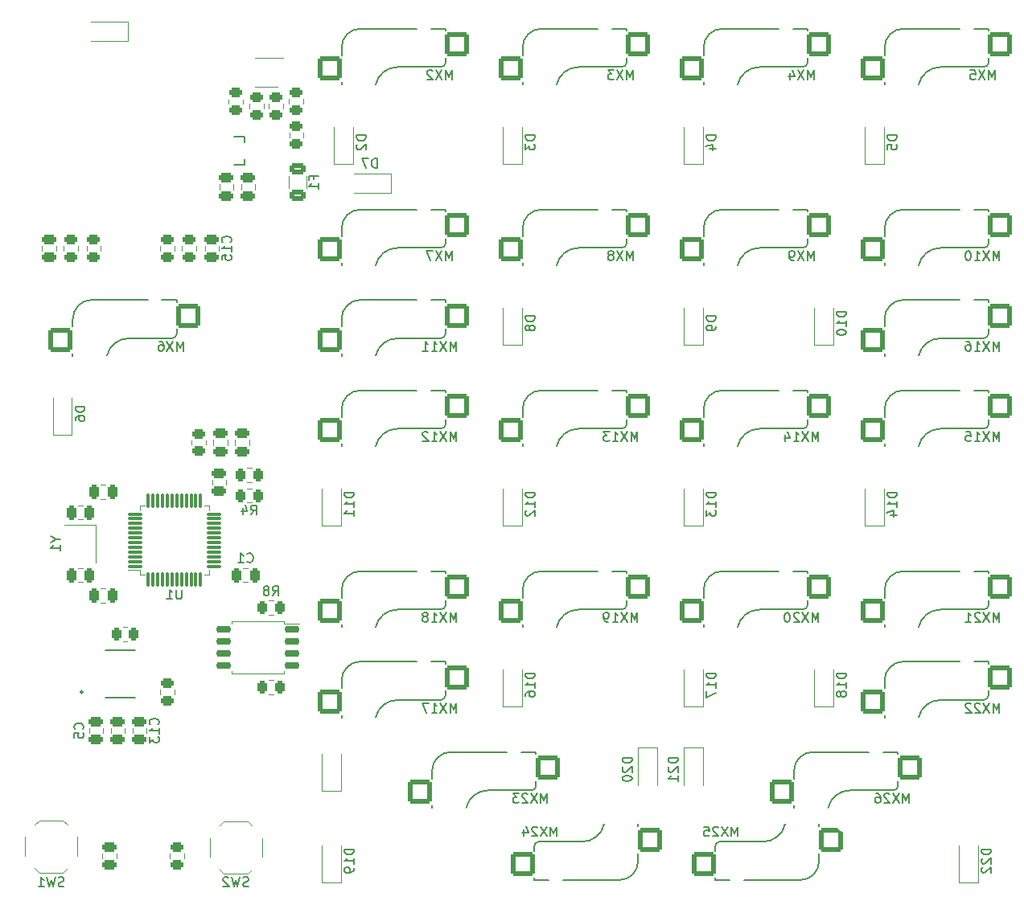
<source format=gbo>
G04 #@! TF.GenerationSoftware,KiCad,Pcbnew,(6.99.0-1912-g359c99991b)*
G04 #@! TF.CreationDate,2022-07-09T15:07:45+07:00*
G04 #@! TF.ProjectId,lazulipad,6c617a75-6c69-4706-9164-2e6b69636164,1*
G04 #@! TF.SameCoordinates,Original*
G04 #@! TF.FileFunction,Legend,Bot*
G04 #@! TF.FilePolarity,Positive*
%FSLAX46Y46*%
G04 Gerber Fmt 4.6, Leading zero omitted, Abs format (unit mm)*
G04 Created by KiCad (PCBNEW (6.99.0-1912-g359c99991b)) date 2022-07-09 15:07:45*
%MOMM*%
%LPD*%
G01*
G04 APERTURE LIST*
G04 Aperture macros list*
%AMRoundRect*
0 Rectangle with rounded corners*
0 $1 Rounding radius*
0 $2 $3 $4 $5 $6 $7 $8 $9 X,Y pos of 4 corners*
0 Add a 4 corners polygon primitive as box body*
4,1,4,$2,$3,$4,$5,$6,$7,$8,$9,$2,$3,0*
0 Add four circle primitives for the rounded corners*
1,1,$1+$1,$2,$3*
1,1,$1+$1,$4,$5*
1,1,$1+$1,$6,$7*
1,1,$1+$1,$8,$9*
0 Add four rect primitives between the rounded corners*
20,1,$1+$1,$2,$3,$4,$5,0*
20,1,$1+$1,$4,$5,$6,$7,0*
20,1,$1+$1,$6,$7,$8,$9,0*
20,1,$1+$1,$8,$9,$2,$3,0*%
G04 Aperture macros list end*
%ADD10C,0.150000*%
%ADD11C,0.250000*%
%ADD12C,0.120000*%
%ADD13R,1.700000X1.700000*%
%ADD14O,1.700000X1.700000*%
%ADD15C,1.700000*%
%ADD16R,2.000000X3.200000*%
%ADD17R,2.000000X2.000000*%
%ADD18C,2.000000*%
%ADD19R,1.550000X0.600000*%
%ADD20RoundRect,0.250000X0.625000X-0.375000X0.625000X0.375000X-0.625000X0.375000X-0.625000X-0.375000X0*%
%ADD21R,1.700000X1.000000*%
%ADD22C,1.750000*%
%ADD23C,3.987800*%
%ADD24C,3.300000*%
%ADD25RoundRect,0.250000X1.025000X1.000000X-1.025000X1.000000X-1.025000X-1.000000X1.025000X-1.000000X0*%
%ADD26RoundRect,0.250000X0.250000X0.475000X-0.250000X0.475000X-0.250000X-0.475000X0.250000X-0.475000X0*%
%ADD27RoundRect,0.250000X-0.450000X0.262500X-0.450000X-0.262500X0.450000X-0.262500X0.450000X0.262500X0*%
%ADD28R,1.000000X0.800000*%
%ADD29R,1.200000X0.900000*%
%ADD30RoundRect,0.250000X0.450000X-0.262500X0.450000X0.262500X-0.450000X0.262500X-0.450000X-0.262500X0*%
%ADD31R,1.200000X1.400000*%
%ADD32RoundRect,0.250000X0.475000X-0.250000X0.475000X0.250000X-0.475000X0.250000X-0.475000X-0.250000X0*%
%ADD33R,0.900000X1.200000*%
%ADD34RoundRect,0.250000X-0.262500X-0.450000X0.262500X-0.450000X0.262500X0.450000X-0.262500X0.450000X0*%
%ADD35RoundRect,0.250000X0.262500X0.450000X-0.262500X0.450000X-0.262500X-0.450000X0.262500X-0.450000X0*%
%ADD36RoundRect,0.250000X-1.025000X-1.000000X1.025000X-1.000000X1.025000X1.000000X-1.025000X1.000000X0*%
%ADD37C,0.650000*%
%ADD38R,0.600000X1.450000*%
%ADD39R,0.300000X1.450000*%
%ADD40RoundRect,0.150000X0.650000X0.150000X-0.650000X0.150000X-0.650000X-0.150000X0.650000X-0.150000X0*%
%ADD41RoundRect,0.250000X-0.475000X0.250000X-0.475000X-0.250000X0.475000X-0.250000X0.475000X0.250000X0*%
%ADD42RoundRect,0.075000X-0.662500X-0.075000X0.662500X-0.075000X0.662500X0.075000X-0.662500X0.075000X0*%
%ADD43RoundRect,0.075000X-0.075000X-0.662500X0.075000X-0.662500X0.075000X0.662500X-0.075000X0.662500X0*%
%ADD44R,1.400000X1.200000*%
%ADD45R,1.400000X1.000000*%
G04 #@! TA.AperFunction,Profile*
%ADD46C,0.100000*%
G04 #@! TD*
G04 APERTURE END LIST*
D10*
X35223571Y-18081666D02*
X35223571Y-17748333D01*
X35747380Y-17748333D02*
X34747380Y-17748333D01*
X34747380Y-17748333D02*
X34747380Y-18224523D01*
X35747380Y-19129285D02*
X35747380Y-18557857D01*
X35747380Y-18843571D02*
X34747380Y-18843571D01*
X34747380Y-18843571D02*
X34890238Y-18748333D01*
X34890238Y-18748333D02*
X34985476Y-18653095D01*
X34985476Y-18653095D02*
X35033095Y-18557857D01*
X8953332Y-92588761D02*
X8810475Y-92636380D01*
X8810475Y-92636380D02*
X8572380Y-92636380D01*
X8572380Y-92636380D02*
X8477142Y-92588761D01*
X8477142Y-92588761D02*
X8429523Y-92541142D01*
X8429523Y-92541142D02*
X8381904Y-92445904D01*
X8381904Y-92445904D02*
X8381904Y-92350666D01*
X8381904Y-92350666D02*
X8429523Y-92255428D01*
X8429523Y-92255428D02*
X8477142Y-92207809D01*
X8477142Y-92207809D02*
X8572380Y-92160190D01*
X8572380Y-92160190D02*
X8762856Y-92112571D01*
X8762856Y-92112571D02*
X8858094Y-92064952D01*
X8858094Y-92064952D02*
X8905713Y-92017333D01*
X8905713Y-92017333D02*
X8953332Y-91922095D01*
X8953332Y-91922095D02*
X8953332Y-91826857D01*
X8953332Y-91826857D02*
X8905713Y-91731619D01*
X8905713Y-91731619D02*
X8858094Y-91684000D01*
X8858094Y-91684000D02*
X8762856Y-91636380D01*
X8762856Y-91636380D02*
X8524761Y-91636380D01*
X8524761Y-91636380D02*
X8381904Y-91684000D01*
X8048570Y-91636380D02*
X7810475Y-92636380D01*
X7810475Y-92636380D02*
X7619999Y-91922095D01*
X7619999Y-91922095D02*
X7429523Y-92636380D01*
X7429523Y-92636380D02*
X7191428Y-91636380D01*
X6286666Y-92636380D02*
X6858094Y-92636380D01*
X6572380Y-92636380D02*
X6572380Y-91636380D01*
X6572380Y-91636380D02*
X6667618Y-91779238D01*
X6667618Y-91779238D02*
X6762856Y-91874476D01*
X6762856Y-91874476D02*
X6858094Y-91922095D01*
X88386404Y-45717380D02*
X88386404Y-44717380D01*
X88386404Y-44717380D02*
X88053071Y-45431666D01*
X88053071Y-45431666D02*
X87719738Y-44717380D01*
X87719738Y-44717380D02*
X87719738Y-45717380D01*
X87338785Y-44717380D02*
X86672119Y-45717380D01*
X86672119Y-44717380D02*
X87338785Y-45717380D01*
X85767357Y-45717380D02*
X86338785Y-45717380D01*
X86053071Y-45717380D02*
X86053071Y-44717380D01*
X86053071Y-44717380D02*
X86148309Y-44860238D01*
X86148309Y-44860238D02*
X86243547Y-44955476D01*
X86243547Y-44955476D02*
X86338785Y-45003095D01*
X84910214Y-45050714D02*
X84910214Y-45717380D01*
X85148309Y-44669761D02*
X85386404Y-45384047D01*
X85386404Y-45384047D02*
X84767357Y-45384047D01*
X106960213Y-7617380D02*
X106960213Y-6617380D01*
X106960213Y-6617380D02*
X106626880Y-7331666D01*
X106626880Y-7331666D02*
X106293547Y-6617380D01*
X106293547Y-6617380D02*
X106293547Y-7617380D01*
X105912594Y-6617380D02*
X105245928Y-7617380D01*
X105245928Y-6617380D02*
X105912594Y-7617380D01*
X104388785Y-6617380D02*
X104864975Y-6617380D01*
X104864975Y-6617380D02*
X104912594Y-7093571D01*
X104912594Y-7093571D02*
X104864975Y-7045952D01*
X104864975Y-7045952D02*
X104769737Y-6998333D01*
X104769737Y-6998333D02*
X104531642Y-6998333D01*
X104531642Y-6998333D02*
X104436404Y-7045952D01*
X104436404Y-7045952D02*
X104388785Y-7093571D01*
X104388785Y-7093571D02*
X104341166Y-7188809D01*
X104341166Y-7188809D02*
X104341166Y-7426904D01*
X104341166Y-7426904D02*
X104388785Y-7522142D01*
X104388785Y-7522142D02*
X104436404Y-7569761D01*
X104436404Y-7569761D02*
X104531642Y-7617380D01*
X104531642Y-7617380D02*
X104769737Y-7617380D01*
X104769737Y-7617380D02*
X104864975Y-7569761D01*
X104864975Y-7569761D02*
X104912594Y-7522142D01*
X87910213Y-7617380D02*
X87910213Y-6617380D01*
X87910213Y-6617380D02*
X87576880Y-7331666D01*
X87576880Y-7331666D02*
X87243547Y-6617380D01*
X87243547Y-6617380D02*
X87243547Y-7617380D01*
X86862594Y-6617380D02*
X86195928Y-7617380D01*
X86195928Y-6617380D02*
X86862594Y-7617380D01*
X85386404Y-6950714D02*
X85386404Y-7617380D01*
X85624499Y-6569761D02*
X85862594Y-7284047D01*
X85862594Y-7284047D02*
X85243547Y-7284047D01*
X68757380Y-79049714D02*
X67757380Y-79049714D01*
X67757380Y-79049714D02*
X67757380Y-79287809D01*
X67757380Y-79287809D02*
X67805000Y-79430666D01*
X67805000Y-79430666D02*
X67900238Y-79525904D01*
X67900238Y-79525904D02*
X67995476Y-79573523D01*
X67995476Y-79573523D02*
X68185952Y-79621142D01*
X68185952Y-79621142D02*
X68328809Y-79621142D01*
X68328809Y-79621142D02*
X68519285Y-79573523D01*
X68519285Y-79573523D02*
X68614523Y-79525904D01*
X68614523Y-79525904D02*
X68709761Y-79430666D01*
X68709761Y-79430666D02*
X68757380Y-79287809D01*
X68757380Y-79287809D02*
X68757380Y-79049714D01*
X67852619Y-80002095D02*
X67805000Y-80049714D01*
X67805000Y-80049714D02*
X67757380Y-80144952D01*
X67757380Y-80144952D02*
X67757380Y-80383047D01*
X67757380Y-80383047D02*
X67805000Y-80478285D01*
X67805000Y-80478285D02*
X67852619Y-80525904D01*
X67852619Y-80525904D02*
X67947857Y-80573523D01*
X67947857Y-80573523D02*
X68043095Y-80573523D01*
X68043095Y-80573523D02*
X68185952Y-80525904D01*
X68185952Y-80525904D02*
X68757380Y-79954476D01*
X68757380Y-79954476D02*
X68757380Y-80573523D01*
X67757380Y-81192571D02*
X67757380Y-81287809D01*
X67757380Y-81287809D02*
X67805000Y-81383047D01*
X67805000Y-81383047D02*
X67852619Y-81430666D01*
X67852619Y-81430666D02*
X67947857Y-81478285D01*
X67947857Y-81478285D02*
X68138333Y-81525904D01*
X68138333Y-81525904D02*
X68376428Y-81525904D01*
X68376428Y-81525904D02*
X68566904Y-81478285D01*
X68566904Y-81478285D02*
X68662142Y-81430666D01*
X68662142Y-81430666D02*
X68709761Y-81383047D01*
X68709761Y-81383047D02*
X68757380Y-81287809D01*
X68757380Y-81287809D02*
X68757380Y-81192571D01*
X68757380Y-81192571D02*
X68709761Y-81097333D01*
X68709761Y-81097333D02*
X68662142Y-81049714D01*
X68662142Y-81049714D02*
X68566904Y-81002095D01*
X68566904Y-81002095D02*
X68376428Y-80954476D01*
X68376428Y-80954476D02*
X68138333Y-80954476D01*
X68138333Y-80954476D02*
X67947857Y-81002095D01*
X67947857Y-81002095D02*
X67852619Y-81049714D01*
X67852619Y-81049714D02*
X67805000Y-81097333D01*
X67805000Y-81097333D02*
X67757380Y-81192571D01*
X77583380Y-70159714D02*
X76583380Y-70159714D01*
X76583380Y-70159714D02*
X76583380Y-70397809D01*
X76583380Y-70397809D02*
X76631000Y-70540666D01*
X76631000Y-70540666D02*
X76726238Y-70635904D01*
X76726238Y-70635904D02*
X76821476Y-70683523D01*
X76821476Y-70683523D02*
X77011952Y-70731142D01*
X77011952Y-70731142D02*
X77154809Y-70731142D01*
X77154809Y-70731142D02*
X77345285Y-70683523D01*
X77345285Y-70683523D02*
X77440523Y-70635904D01*
X77440523Y-70635904D02*
X77535761Y-70540666D01*
X77535761Y-70540666D02*
X77583380Y-70397809D01*
X77583380Y-70397809D02*
X77583380Y-70159714D01*
X77583380Y-71683523D02*
X77583380Y-71112095D01*
X77583380Y-71397809D02*
X76583380Y-71397809D01*
X76583380Y-71397809D02*
X76726238Y-71302571D01*
X76726238Y-71302571D02*
X76821476Y-71207333D01*
X76821476Y-71207333D02*
X76869095Y-71112095D01*
X76583380Y-72016857D02*
X76583380Y-72683523D01*
X76583380Y-72683523D02*
X77583380Y-72254952D01*
X68860213Y-26667380D02*
X68860213Y-25667380D01*
X68860213Y-25667380D02*
X68526880Y-26381666D01*
X68526880Y-26381666D02*
X68193547Y-25667380D01*
X68193547Y-25667380D02*
X68193547Y-26667380D01*
X67812594Y-25667380D02*
X67145928Y-26667380D01*
X67145928Y-25667380D02*
X67812594Y-26667380D01*
X66622118Y-26095952D02*
X66717356Y-26048333D01*
X66717356Y-26048333D02*
X66764975Y-26000714D01*
X66764975Y-26000714D02*
X66812594Y-25905476D01*
X66812594Y-25905476D02*
X66812594Y-25857857D01*
X66812594Y-25857857D02*
X66764975Y-25762619D01*
X66764975Y-25762619D02*
X66717356Y-25715000D01*
X66717356Y-25715000D02*
X66622118Y-25667380D01*
X66622118Y-25667380D02*
X66431642Y-25667380D01*
X66431642Y-25667380D02*
X66336404Y-25715000D01*
X66336404Y-25715000D02*
X66288785Y-25762619D01*
X66288785Y-25762619D02*
X66241166Y-25857857D01*
X66241166Y-25857857D02*
X66241166Y-25905476D01*
X66241166Y-25905476D02*
X66288785Y-26000714D01*
X66288785Y-26000714D02*
X66336404Y-26048333D01*
X66336404Y-26048333D02*
X66431642Y-26095952D01*
X66431642Y-26095952D02*
X66622118Y-26095952D01*
X66622118Y-26095952D02*
X66717356Y-26143571D01*
X66717356Y-26143571D02*
X66764975Y-26191190D01*
X66764975Y-26191190D02*
X66812594Y-26286428D01*
X66812594Y-26286428D02*
X66812594Y-26476904D01*
X66812594Y-26476904D02*
X66764975Y-26572142D01*
X66764975Y-26572142D02*
X66717356Y-26619761D01*
X66717356Y-26619761D02*
X66622118Y-26667380D01*
X66622118Y-26667380D02*
X66431642Y-26667380D01*
X66431642Y-26667380D02*
X66336404Y-26619761D01*
X66336404Y-26619761D02*
X66288785Y-26572142D01*
X66288785Y-26572142D02*
X66241166Y-26476904D01*
X66241166Y-26476904D02*
X66241166Y-26286428D01*
X66241166Y-26286428D02*
X66288785Y-26191190D01*
X66288785Y-26191190D02*
X66336404Y-26143571D01*
X66336404Y-26143571D02*
X66431642Y-26095952D01*
X8141190Y-56038809D02*
X8617380Y-56038809D01*
X7617380Y-55705476D02*
X8141190Y-56038809D01*
X8141190Y-56038809D02*
X7617380Y-56372142D01*
X8617380Y-57229285D02*
X8617380Y-56657857D01*
X8617380Y-56943571D02*
X7617380Y-56943571D01*
X7617380Y-56943571D02*
X7760238Y-56848333D01*
X7760238Y-56848333D02*
X7855476Y-56753095D01*
X7855476Y-56753095D02*
X7903095Y-56657857D01*
X58533380Y-13485905D02*
X57533380Y-13485905D01*
X57533380Y-13485905D02*
X57533380Y-13724000D01*
X57533380Y-13724000D02*
X57581000Y-13866857D01*
X57581000Y-13866857D02*
X57676238Y-13962095D01*
X57676238Y-13962095D02*
X57771476Y-14009714D01*
X57771476Y-14009714D02*
X57961952Y-14057333D01*
X57961952Y-14057333D02*
X58104809Y-14057333D01*
X58104809Y-14057333D02*
X58295285Y-14009714D01*
X58295285Y-14009714D02*
X58390523Y-13962095D01*
X58390523Y-13962095D02*
X58485761Y-13866857D01*
X58485761Y-13866857D02*
X58533380Y-13724000D01*
X58533380Y-13724000D02*
X58533380Y-13485905D01*
X57533380Y-14390667D02*
X57533380Y-15009714D01*
X57533380Y-15009714D02*
X57914333Y-14676381D01*
X57914333Y-14676381D02*
X57914333Y-14819238D01*
X57914333Y-14819238D02*
X57961952Y-14914476D01*
X57961952Y-14914476D02*
X58009571Y-14962095D01*
X58009571Y-14962095D02*
X58104809Y-15009714D01*
X58104809Y-15009714D02*
X58342904Y-15009714D01*
X58342904Y-15009714D02*
X58438142Y-14962095D01*
X58438142Y-14962095D02*
X58485761Y-14914476D01*
X58485761Y-14914476D02*
X58533380Y-14819238D01*
X58533380Y-14819238D02*
X58533380Y-14533524D01*
X58533380Y-14533524D02*
X58485761Y-14438286D01*
X58485761Y-14438286D02*
X58438142Y-14390667D01*
X41918094Y-16909380D02*
X41918094Y-15909380D01*
X41918094Y-15909380D02*
X41679999Y-15909380D01*
X41679999Y-15909380D02*
X41537142Y-15957000D01*
X41537142Y-15957000D02*
X41441904Y-16052238D01*
X41441904Y-16052238D02*
X41394285Y-16147476D01*
X41394285Y-16147476D02*
X41346666Y-16337952D01*
X41346666Y-16337952D02*
X41346666Y-16480809D01*
X41346666Y-16480809D02*
X41394285Y-16671285D01*
X41394285Y-16671285D02*
X41441904Y-16766523D01*
X41441904Y-16766523D02*
X41537142Y-16861761D01*
X41537142Y-16861761D02*
X41679999Y-16909380D01*
X41679999Y-16909380D02*
X41918094Y-16909380D01*
X41013332Y-15909380D02*
X40346666Y-15909380D01*
X40346666Y-15909380D02*
X40775237Y-16909380D01*
X49810213Y-7617380D02*
X49810213Y-6617380D01*
X49810213Y-6617380D02*
X49476880Y-7331666D01*
X49476880Y-7331666D02*
X49143547Y-6617380D01*
X49143547Y-6617380D02*
X49143547Y-7617380D01*
X48762594Y-6617380D02*
X48095928Y-7617380D01*
X48095928Y-6617380D02*
X48762594Y-7617380D01*
X47762594Y-6712619D02*
X47714975Y-6665000D01*
X47714975Y-6665000D02*
X47619737Y-6617380D01*
X47619737Y-6617380D02*
X47381642Y-6617380D01*
X47381642Y-6617380D02*
X47286404Y-6665000D01*
X47286404Y-6665000D02*
X47238785Y-6712619D01*
X47238785Y-6712619D02*
X47191166Y-6807857D01*
X47191166Y-6807857D02*
X47191166Y-6903095D01*
X47191166Y-6903095D02*
X47238785Y-7045952D01*
X47238785Y-7045952D02*
X47810213Y-7617380D01*
X47810213Y-7617380D02*
X47191166Y-7617380D01*
X28384332Y-92588761D02*
X28241475Y-92636380D01*
X28241475Y-92636380D02*
X28003380Y-92636380D01*
X28003380Y-92636380D02*
X27908142Y-92588761D01*
X27908142Y-92588761D02*
X27860523Y-92541142D01*
X27860523Y-92541142D02*
X27812904Y-92445904D01*
X27812904Y-92445904D02*
X27812904Y-92350666D01*
X27812904Y-92350666D02*
X27860523Y-92255428D01*
X27860523Y-92255428D02*
X27908142Y-92207809D01*
X27908142Y-92207809D02*
X28003380Y-92160190D01*
X28003380Y-92160190D02*
X28193856Y-92112571D01*
X28193856Y-92112571D02*
X28289094Y-92064952D01*
X28289094Y-92064952D02*
X28336713Y-92017333D01*
X28336713Y-92017333D02*
X28384332Y-91922095D01*
X28384332Y-91922095D02*
X28384332Y-91826857D01*
X28384332Y-91826857D02*
X28336713Y-91731619D01*
X28336713Y-91731619D02*
X28289094Y-91684000D01*
X28289094Y-91684000D02*
X28193856Y-91636380D01*
X28193856Y-91636380D02*
X27955761Y-91636380D01*
X27955761Y-91636380D02*
X27812904Y-91684000D01*
X27479570Y-91636380D02*
X27241475Y-92636380D01*
X27241475Y-92636380D02*
X27050999Y-91922095D01*
X27050999Y-91922095D02*
X26860523Y-92636380D01*
X26860523Y-92636380D02*
X26622428Y-91636380D01*
X26289094Y-91731619D02*
X26241475Y-91684000D01*
X26241475Y-91684000D02*
X26146237Y-91636380D01*
X26146237Y-91636380D02*
X25908142Y-91636380D01*
X25908142Y-91636380D02*
X25812904Y-91684000D01*
X25812904Y-91684000D02*
X25765285Y-91731619D01*
X25765285Y-91731619D02*
X25717666Y-91826857D01*
X25717666Y-91826857D02*
X25717666Y-91922095D01*
X25717666Y-91922095D02*
X25765285Y-92064952D01*
X25765285Y-92064952D02*
X26336713Y-92636380D01*
X26336713Y-92636380D02*
X25717666Y-92636380D01*
X107436404Y-45717380D02*
X107436404Y-44717380D01*
X107436404Y-44717380D02*
X107103071Y-45431666D01*
X107103071Y-45431666D02*
X106769738Y-44717380D01*
X106769738Y-44717380D02*
X106769738Y-45717380D01*
X106388785Y-44717380D02*
X105722119Y-45717380D01*
X105722119Y-44717380D02*
X106388785Y-45717380D01*
X104817357Y-45717380D02*
X105388785Y-45717380D01*
X105103071Y-45717380D02*
X105103071Y-44717380D01*
X105103071Y-44717380D02*
X105198309Y-44860238D01*
X105198309Y-44860238D02*
X105293547Y-44955476D01*
X105293547Y-44955476D02*
X105388785Y-45003095D01*
X103912595Y-44717380D02*
X104388785Y-44717380D01*
X104388785Y-44717380D02*
X104436404Y-45193571D01*
X104436404Y-45193571D02*
X104388785Y-45145952D01*
X104388785Y-45145952D02*
X104293547Y-45098333D01*
X104293547Y-45098333D02*
X104055452Y-45098333D01*
X104055452Y-45098333D02*
X103960214Y-45145952D01*
X103960214Y-45145952D02*
X103912595Y-45193571D01*
X103912595Y-45193571D02*
X103864976Y-45288809D01*
X103864976Y-45288809D02*
X103864976Y-45526904D01*
X103864976Y-45526904D02*
X103912595Y-45622142D01*
X103912595Y-45622142D02*
X103960214Y-45669761D01*
X103960214Y-45669761D02*
X104055452Y-45717380D01*
X104055452Y-45717380D02*
X104293547Y-45717380D01*
X104293547Y-45717380D02*
X104388785Y-45669761D01*
X104388785Y-45669761D02*
X104436404Y-45622142D01*
X28646666Y-53452380D02*
X28979999Y-52976190D01*
X29218094Y-53452380D02*
X29218094Y-52452380D01*
X29218094Y-52452380D02*
X28837142Y-52452380D01*
X28837142Y-52452380D02*
X28741904Y-52500000D01*
X28741904Y-52500000D02*
X28694285Y-52547619D01*
X28694285Y-52547619D02*
X28646666Y-52642857D01*
X28646666Y-52642857D02*
X28646666Y-52785714D01*
X28646666Y-52785714D02*
X28694285Y-52880952D01*
X28694285Y-52880952D02*
X28741904Y-52928571D01*
X28741904Y-52928571D02*
X28837142Y-52976190D01*
X28837142Y-52976190D02*
X29218094Y-52976190D01*
X27789523Y-52785714D02*
X27789523Y-53452380D01*
X28027618Y-52404761D02*
X28265713Y-53119047D01*
X28265713Y-53119047D02*
X27646666Y-53119047D01*
X107436404Y-74292380D02*
X107436404Y-73292380D01*
X107436404Y-73292380D02*
X107103071Y-74006666D01*
X107103071Y-74006666D02*
X106769738Y-73292380D01*
X106769738Y-73292380D02*
X106769738Y-74292380D01*
X106388785Y-73292380D02*
X105722119Y-74292380D01*
X105722119Y-73292380D02*
X106388785Y-74292380D01*
X105388785Y-73387619D02*
X105341166Y-73340000D01*
X105341166Y-73340000D02*
X105245928Y-73292380D01*
X105245928Y-73292380D02*
X105007833Y-73292380D01*
X105007833Y-73292380D02*
X104912595Y-73340000D01*
X104912595Y-73340000D02*
X104864976Y-73387619D01*
X104864976Y-73387619D02*
X104817357Y-73482857D01*
X104817357Y-73482857D02*
X104817357Y-73578095D01*
X104817357Y-73578095D02*
X104864976Y-73720952D01*
X104864976Y-73720952D02*
X105436404Y-74292380D01*
X105436404Y-74292380D02*
X104817357Y-74292380D01*
X104436404Y-73387619D02*
X104388785Y-73340000D01*
X104388785Y-73340000D02*
X104293547Y-73292380D01*
X104293547Y-73292380D02*
X104055452Y-73292380D01*
X104055452Y-73292380D02*
X103960214Y-73340000D01*
X103960214Y-73340000D02*
X103912595Y-73387619D01*
X103912595Y-73387619D02*
X103864976Y-73482857D01*
X103864976Y-73482857D02*
X103864976Y-73578095D01*
X103864976Y-73578095D02*
X103912595Y-73720952D01*
X103912595Y-73720952D02*
X104484023Y-74292380D01*
X104484023Y-74292380D02*
X103864976Y-74292380D01*
X39483380Y-51109714D02*
X38483380Y-51109714D01*
X38483380Y-51109714D02*
X38483380Y-51347809D01*
X38483380Y-51347809D02*
X38531000Y-51490666D01*
X38531000Y-51490666D02*
X38626238Y-51585904D01*
X38626238Y-51585904D02*
X38721476Y-51633523D01*
X38721476Y-51633523D02*
X38911952Y-51681142D01*
X38911952Y-51681142D02*
X39054809Y-51681142D01*
X39054809Y-51681142D02*
X39245285Y-51633523D01*
X39245285Y-51633523D02*
X39340523Y-51585904D01*
X39340523Y-51585904D02*
X39435761Y-51490666D01*
X39435761Y-51490666D02*
X39483380Y-51347809D01*
X39483380Y-51347809D02*
X39483380Y-51109714D01*
X39483380Y-52633523D02*
X39483380Y-52062095D01*
X39483380Y-52347809D02*
X38483380Y-52347809D01*
X38483380Y-52347809D02*
X38626238Y-52252571D01*
X38626238Y-52252571D02*
X38721476Y-52157333D01*
X38721476Y-52157333D02*
X38769095Y-52062095D01*
X39483380Y-53585904D02*
X39483380Y-53014476D01*
X39483380Y-53300190D02*
X38483380Y-53300190D01*
X38483380Y-53300190D02*
X38626238Y-53204952D01*
X38626238Y-53204952D02*
X38721476Y-53109714D01*
X38721476Y-53109714D02*
X38769095Y-53014476D01*
X88386404Y-64767380D02*
X88386404Y-63767380D01*
X88386404Y-63767380D02*
X88053071Y-64481666D01*
X88053071Y-64481666D02*
X87719738Y-63767380D01*
X87719738Y-63767380D02*
X87719738Y-64767380D01*
X87338785Y-63767380D02*
X86672119Y-64767380D01*
X86672119Y-63767380D02*
X87338785Y-64767380D01*
X86338785Y-63862619D02*
X86291166Y-63815000D01*
X86291166Y-63815000D02*
X86195928Y-63767380D01*
X86195928Y-63767380D02*
X85957833Y-63767380D01*
X85957833Y-63767380D02*
X85862595Y-63815000D01*
X85862595Y-63815000D02*
X85814976Y-63862619D01*
X85814976Y-63862619D02*
X85767357Y-63957857D01*
X85767357Y-63957857D02*
X85767357Y-64053095D01*
X85767357Y-64053095D02*
X85814976Y-64195952D01*
X85814976Y-64195952D02*
X86386404Y-64767380D01*
X86386404Y-64767380D02*
X85767357Y-64767380D01*
X85148309Y-63767380D02*
X85053071Y-63767380D01*
X85053071Y-63767380D02*
X84957833Y-63815000D01*
X84957833Y-63815000D02*
X84910214Y-63862619D01*
X84910214Y-63862619D02*
X84862595Y-63957857D01*
X84862595Y-63957857D02*
X84814976Y-64148333D01*
X84814976Y-64148333D02*
X84814976Y-64386428D01*
X84814976Y-64386428D02*
X84862595Y-64576904D01*
X84862595Y-64576904D02*
X84910214Y-64672142D01*
X84910214Y-64672142D02*
X84957833Y-64719761D01*
X84957833Y-64719761D02*
X85053071Y-64767380D01*
X85053071Y-64767380D02*
X85148309Y-64767380D01*
X85148309Y-64767380D02*
X85243547Y-64719761D01*
X85243547Y-64719761D02*
X85291166Y-64672142D01*
X85291166Y-64672142D02*
X85338785Y-64576904D01*
X85338785Y-64576904D02*
X85386404Y-64386428D01*
X85386404Y-64386428D02*
X85386404Y-64148333D01*
X85386404Y-64148333D02*
X85338785Y-63957857D01*
X85338785Y-63957857D02*
X85291166Y-63862619D01*
X85291166Y-63862619D02*
X85243547Y-63815000D01*
X85243547Y-63815000D02*
X85148309Y-63767380D01*
X40753380Y-13485905D02*
X39753380Y-13485905D01*
X39753380Y-13485905D02*
X39753380Y-13724000D01*
X39753380Y-13724000D02*
X39801000Y-13866857D01*
X39801000Y-13866857D02*
X39896238Y-13962095D01*
X39896238Y-13962095D02*
X39991476Y-14009714D01*
X39991476Y-14009714D02*
X40181952Y-14057333D01*
X40181952Y-14057333D02*
X40324809Y-14057333D01*
X40324809Y-14057333D02*
X40515285Y-14009714D01*
X40515285Y-14009714D02*
X40610523Y-13962095D01*
X40610523Y-13962095D02*
X40705761Y-13866857D01*
X40705761Y-13866857D02*
X40753380Y-13724000D01*
X40753380Y-13724000D02*
X40753380Y-13485905D01*
X39848619Y-14438286D02*
X39801000Y-14485905D01*
X39801000Y-14485905D02*
X39753380Y-14581143D01*
X39753380Y-14581143D02*
X39753380Y-14819238D01*
X39753380Y-14819238D02*
X39801000Y-14914476D01*
X39801000Y-14914476D02*
X39848619Y-14962095D01*
X39848619Y-14962095D02*
X39943857Y-15009714D01*
X39943857Y-15009714D02*
X40039095Y-15009714D01*
X40039095Y-15009714D02*
X40181952Y-14962095D01*
X40181952Y-14962095D02*
X40753380Y-14390667D01*
X40753380Y-14390667D02*
X40753380Y-15009714D01*
X79886404Y-87317380D02*
X79886404Y-86317380D01*
X79886404Y-86317380D02*
X79553071Y-87031666D01*
X79553071Y-87031666D02*
X79219738Y-86317380D01*
X79219738Y-86317380D02*
X79219738Y-87317380D01*
X78838785Y-86317380D02*
X78172119Y-87317380D01*
X78172119Y-86317380D02*
X78838785Y-87317380D01*
X77838785Y-86412619D02*
X77791166Y-86365000D01*
X77791166Y-86365000D02*
X77695928Y-86317380D01*
X77695928Y-86317380D02*
X77457833Y-86317380D01*
X77457833Y-86317380D02*
X77362595Y-86365000D01*
X77362595Y-86365000D02*
X77314976Y-86412619D01*
X77314976Y-86412619D02*
X77267357Y-86507857D01*
X77267357Y-86507857D02*
X77267357Y-86603095D01*
X77267357Y-86603095D02*
X77314976Y-86745952D01*
X77314976Y-86745952D02*
X77886404Y-87317380D01*
X77886404Y-87317380D02*
X77267357Y-87317380D01*
X76362595Y-86317380D02*
X76838785Y-86317380D01*
X76838785Y-86317380D02*
X76886404Y-86793571D01*
X76886404Y-86793571D02*
X76838785Y-86745952D01*
X76838785Y-86745952D02*
X76743547Y-86698333D01*
X76743547Y-86698333D02*
X76505452Y-86698333D01*
X76505452Y-86698333D02*
X76410214Y-86745952D01*
X76410214Y-86745952D02*
X76362595Y-86793571D01*
X76362595Y-86793571D02*
X76314976Y-86888809D01*
X76314976Y-86888809D02*
X76314976Y-87126904D01*
X76314976Y-87126904D02*
X76362595Y-87222142D01*
X76362595Y-87222142D02*
X76410214Y-87269761D01*
X76410214Y-87269761D02*
X76505452Y-87317380D01*
X76505452Y-87317380D02*
X76743547Y-87317380D01*
X76743547Y-87317380D02*
X76838785Y-87269761D01*
X76838785Y-87269761D02*
X76886404Y-87222142D01*
X50286404Y-74292380D02*
X50286404Y-73292380D01*
X50286404Y-73292380D02*
X49953071Y-74006666D01*
X49953071Y-74006666D02*
X49619738Y-73292380D01*
X49619738Y-73292380D02*
X49619738Y-74292380D01*
X49238785Y-73292380D02*
X48572119Y-74292380D01*
X48572119Y-73292380D02*
X49238785Y-74292380D01*
X47667357Y-74292380D02*
X48238785Y-74292380D01*
X47953071Y-74292380D02*
X47953071Y-73292380D01*
X47953071Y-73292380D02*
X48048309Y-73435238D01*
X48048309Y-73435238D02*
X48143547Y-73530476D01*
X48143547Y-73530476D02*
X48238785Y-73578095D01*
X47334023Y-73292380D02*
X46667357Y-73292380D01*
X46667357Y-73292380D02*
X47095928Y-74292380D01*
X50286404Y-64767380D02*
X50286404Y-63767380D01*
X50286404Y-63767380D02*
X49953071Y-64481666D01*
X49953071Y-64481666D02*
X49619738Y-63767380D01*
X49619738Y-63767380D02*
X49619738Y-64767380D01*
X49238785Y-63767380D02*
X48572119Y-64767380D01*
X48572119Y-63767380D02*
X49238785Y-64767380D01*
X47667357Y-64767380D02*
X48238785Y-64767380D01*
X47953071Y-64767380D02*
X47953071Y-63767380D01*
X47953071Y-63767380D02*
X48048309Y-63910238D01*
X48048309Y-63910238D02*
X48143547Y-64005476D01*
X48143547Y-64005476D02*
X48238785Y-64053095D01*
X47095928Y-64195952D02*
X47191166Y-64148333D01*
X47191166Y-64148333D02*
X47238785Y-64100714D01*
X47238785Y-64100714D02*
X47286404Y-64005476D01*
X47286404Y-64005476D02*
X47286404Y-63957857D01*
X47286404Y-63957857D02*
X47238785Y-63862619D01*
X47238785Y-63862619D02*
X47191166Y-63815000D01*
X47191166Y-63815000D02*
X47095928Y-63767380D01*
X47095928Y-63767380D02*
X46905452Y-63767380D01*
X46905452Y-63767380D02*
X46810214Y-63815000D01*
X46810214Y-63815000D02*
X46762595Y-63862619D01*
X46762595Y-63862619D02*
X46714976Y-63957857D01*
X46714976Y-63957857D02*
X46714976Y-64005476D01*
X46714976Y-64005476D02*
X46762595Y-64100714D01*
X46762595Y-64100714D02*
X46810214Y-64148333D01*
X46810214Y-64148333D02*
X46905452Y-64195952D01*
X46905452Y-64195952D02*
X47095928Y-64195952D01*
X47095928Y-64195952D02*
X47191166Y-64243571D01*
X47191166Y-64243571D02*
X47238785Y-64291190D01*
X47238785Y-64291190D02*
X47286404Y-64386428D01*
X47286404Y-64386428D02*
X47286404Y-64576904D01*
X47286404Y-64576904D02*
X47238785Y-64672142D01*
X47238785Y-64672142D02*
X47191166Y-64719761D01*
X47191166Y-64719761D02*
X47095928Y-64767380D01*
X47095928Y-64767380D02*
X46905452Y-64767380D01*
X46905452Y-64767380D02*
X46810214Y-64719761D01*
X46810214Y-64719761D02*
X46762595Y-64672142D01*
X46762595Y-64672142D02*
X46714976Y-64576904D01*
X46714976Y-64576904D02*
X46714976Y-64386428D01*
X46714976Y-64386428D02*
X46762595Y-64291190D01*
X46762595Y-64291190D02*
X46810214Y-64243571D01*
X46810214Y-64243571D02*
X46905452Y-64195952D01*
X68860213Y-7617380D02*
X68860213Y-6617380D01*
X68860213Y-6617380D02*
X68526880Y-7331666D01*
X68526880Y-7331666D02*
X68193547Y-6617380D01*
X68193547Y-6617380D02*
X68193547Y-7617380D01*
X67812594Y-6617380D02*
X67145928Y-7617380D01*
X67145928Y-6617380D02*
X67812594Y-7617380D01*
X66860213Y-6617380D02*
X66241166Y-6617380D01*
X66241166Y-6617380D02*
X66574499Y-6998333D01*
X66574499Y-6998333D02*
X66431642Y-6998333D01*
X66431642Y-6998333D02*
X66336404Y-7045952D01*
X66336404Y-7045952D02*
X66288785Y-7093571D01*
X66288785Y-7093571D02*
X66241166Y-7188809D01*
X66241166Y-7188809D02*
X66241166Y-7426904D01*
X66241166Y-7426904D02*
X66288785Y-7522142D01*
X66288785Y-7522142D02*
X66336404Y-7569761D01*
X66336404Y-7569761D02*
X66431642Y-7617380D01*
X66431642Y-7617380D02*
X66717356Y-7617380D01*
X66717356Y-7617380D02*
X66812594Y-7569761D01*
X66812594Y-7569761D02*
X66860213Y-7522142D01*
X50286404Y-36192380D02*
X50286404Y-35192380D01*
X50286404Y-35192380D02*
X49953071Y-35906666D01*
X49953071Y-35906666D02*
X49619738Y-35192380D01*
X49619738Y-35192380D02*
X49619738Y-36192380D01*
X49238785Y-35192380D02*
X48572119Y-36192380D01*
X48572119Y-35192380D02*
X49238785Y-36192380D01*
X47667357Y-36192380D02*
X48238785Y-36192380D01*
X47953071Y-36192380D02*
X47953071Y-35192380D01*
X47953071Y-35192380D02*
X48048309Y-35335238D01*
X48048309Y-35335238D02*
X48143547Y-35430476D01*
X48143547Y-35430476D02*
X48238785Y-35478095D01*
X46714976Y-36192380D02*
X47286404Y-36192380D01*
X47000690Y-36192380D02*
X47000690Y-35192380D01*
X47000690Y-35192380D02*
X47095928Y-35335238D01*
X47095928Y-35335238D02*
X47191166Y-35430476D01*
X47191166Y-35430476D02*
X47286404Y-35478095D01*
X21522713Y-36192380D02*
X21522713Y-35192380D01*
X21522713Y-35192380D02*
X21189380Y-35906666D01*
X21189380Y-35906666D02*
X20856047Y-35192380D01*
X20856047Y-35192380D02*
X20856047Y-36192380D01*
X20475094Y-35192380D02*
X19808428Y-36192380D01*
X19808428Y-35192380D02*
X20475094Y-36192380D01*
X18998904Y-35192380D02*
X19189380Y-35192380D01*
X19189380Y-35192380D02*
X19284618Y-35240000D01*
X19284618Y-35240000D02*
X19332237Y-35287619D01*
X19332237Y-35287619D02*
X19427475Y-35430476D01*
X19427475Y-35430476D02*
X19475094Y-35620952D01*
X19475094Y-35620952D02*
X19475094Y-36001904D01*
X19475094Y-36001904D02*
X19427475Y-36097142D01*
X19427475Y-36097142D02*
X19379856Y-36144761D01*
X19379856Y-36144761D02*
X19284618Y-36192380D01*
X19284618Y-36192380D02*
X19094142Y-36192380D01*
X19094142Y-36192380D02*
X18998904Y-36144761D01*
X18998904Y-36144761D02*
X18951285Y-36097142D01*
X18951285Y-36097142D02*
X18903666Y-36001904D01*
X18903666Y-36001904D02*
X18903666Y-35763809D01*
X18903666Y-35763809D02*
X18951285Y-35668571D01*
X18951285Y-35668571D02*
X18998904Y-35620952D01*
X18998904Y-35620952D02*
X19094142Y-35573333D01*
X19094142Y-35573333D02*
X19284618Y-35573333D01*
X19284618Y-35573333D02*
X19379856Y-35620952D01*
X19379856Y-35620952D02*
X19427475Y-35668571D01*
X19427475Y-35668571D02*
X19475094Y-35763809D01*
X77583380Y-13485905D02*
X76583380Y-13485905D01*
X76583380Y-13485905D02*
X76583380Y-13724000D01*
X76583380Y-13724000D02*
X76631000Y-13866857D01*
X76631000Y-13866857D02*
X76726238Y-13962095D01*
X76726238Y-13962095D02*
X76821476Y-14009714D01*
X76821476Y-14009714D02*
X77011952Y-14057333D01*
X77011952Y-14057333D02*
X77154809Y-14057333D01*
X77154809Y-14057333D02*
X77345285Y-14009714D01*
X77345285Y-14009714D02*
X77440523Y-13962095D01*
X77440523Y-13962095D02*
X77535761Y-13866857D01*
X77535761Y-13866857D02*
X77583380Y-13724000D01*
X77583380Y-13724000D02*
X77583380Y-13485905D01*
X76916714Y-14914476D02*
X77583380Y-14914476D01*
X76535761Y-14676381D02*
X77250047Y-14438286D01*
X77250047Y-14438286D02*
X77250047Y-15057333D01*
X107436404Y-36192380D02*
X107436404Y-35192380D01*
X107436404Y-35192380D02*
X107103071Y-35906666D01*
X107103071Y-35906666D02*
X106769738Y-35192380D01*
X106769738Y-35192380D02*
X106769738Y-36192380D01*
X106388785Y-35192380D02*
X105722119Y-36192380D01*
X105722119Y-35192380D02*
X106388785Y-36192380D01*
X104817357Y-36192380D02*
X105388785Y-36192380D01*
X105103071Y-36192380D02*
X105103071Y-35192380D01*
X105103071Y-35192380D02*
X105198309Y-35335238D01*
X105198309Y-35335238D02*
X105293547Y-35430476D01*
X105293547Y-35430476D02*
X105388785Y-35478095D01*
X103960214Y-35192380D02*
X104150690Y-35192380D01*
X104150690Y-35192380D02*
X104245928Y-35240000D01*
X104245928Y-35240000D02*
X104293547Y-35287619D01*
X104293547Y-35287619D02*
X104388785Y-35430476D01*
X104388785Y-35430476D02*
X104436404Y-35620952D01*
X104436404Y-35620952D02*
X104436404Y-36001904D01*
X104436404Y-36001904D02*
X104388785Y-36097142D01*
X104388785Y-36097142D02*
X104341166Y-36144761D01*
X104341166Y-36144761D02*
X104245928Y-36192380D01*
X104245928Y-36192380D02*
X104055452Y-36192380D01*
X104055452Y-36192380D02*
X103960214Y-36144761D01*
X103960214Y-36144761D02*
X103912595Y-36097142D01*
X103912595Y-36097142D02*
X103864976Y-36001904D01*
X103864976Y-36001904D02*
X103864976Y-35763809D01*
X103864976Y-35763809D02*
X103912595Y-35668571D01*
X103912595Y-35668571D02*
X103960214Y-35620952D01*
X103960214Y-35620952D02*
X104055452Y-35573333D01*
X104055452Y-35573333D02*
X104245928Y-35573333D01*
X104245928Y-35573333D02*
X104341166Y-35620952D01*
X104341166Y-35620952D02*
X104388785Y-35668571D01*
X104388785Y-35668571D02*
X104436404Y-35763809D01*
X30932666Y-61963380D02*
X31265999Y-61487190D01*
X31504094Y-61963380D02*
X31504094Y-60963380D01*
X31504094Y-60963380D02*
X31123142Y-60963380D01*
X31123142Y-60963380D02*
X31027904Y-61011000D01*
X31027904Y-61011000D02*
X30980285Y-61058619D01*
X30980285Y-61058619D02*
X30932666Y-61153857D01*
X30932666Y-61153857D02*
X30932666Y-61296714D01*
X30932666Y-61296714D02*
X30980285Y-61391952D01*
X30980285Y-61391952D02*
X31027904Y-61439571D01*
X31027904Y-61439571D02*
X31123142Y-61487190D01*
X31123142Y-61487190D02*
X31504094Y-61487190D01*
X30361237Y-61391952D02*
X30456475Y-61344333D01*
X30456475Y-61344333D02*
X30504094Y-61296714D01*
X30504094Y-61296714D02*
X30551713Y-61201476D01*
X30551713Y-61201476D02*
X30551713Y-61153857D01*
X30551713Y-61153857D02*
X30504094Y-61058619D01*
X30504094Y-61058619D02*
X30456475Y-61011000D01*
X30456475Y-61011000D02*
X30361237Y-60963380D01*
X30361237Y-60963380D02*
X30170761Y-60963380D01*
X30170761Y-60963380D02*
X30075523Y-61011000D01*
X30075523Y-61011000D02*
X30027904Y-61058619D01*
X30027904Y-61058619D02*
X29980285Y-61153857D01*
X29980285Y-61153857D02*
X29980285Y-61201476D01*
X29980285Y-61201476D02*
X30027904Y-61296714D01*
X30027904Y-61296714D02*
X30075523Y-61344333D01*
X30075523Y-61344333D02*
X30170761Y-61391952D01*
X30170761Y-61391952D02*
X30361237Y-61391952D01*
X30361237Y-61391952D02*
X30456475Y-61439571D01*
X30456475Y-61439571D02*
X30504094Y-61487190D01*
X30504094Y-61487190D02*
X30551713Y-61582428D01*
X30551713Y-61582428D02*
X30551713Y-61772904D01*
X30551713Y-61772904D02*
X30504094Y-61868142D01*
X30504094Y-61868142D02*
X30456475Y-61915761D01*
X30456475Y-61915761D02*
X30361237Y-61963380D01*
X30361237Y-61963380D02*
X30170761Y-61963380D01*
X30170761Y-61963380D02*
X30075523Y-61915761D01*
X30075523Y-61915761D02*
X30027904Y-61868142D01*
X30027904Y-61868142D02*
X29980285Y-61772904D01*
X29980285Y-61772904D02*
X29980285Y-61582428D01*
X29980285Y-61582428D02*
X30027904Y-61487190D01*
X30027904Y-61487190D02*
X30075523Y-61439571D01*
X30075523Y-61439571D02*
X30170761Y-61391952D01*
X77583380Y-32535905D02*
X76583380Y-32535905D01*
X76583380Y-32535905D02*
X76583380Y-32774000D01*
X76583380Y-32774000D02*
X76631000Y-32916857D01*
X76631000Y-32916857D02*
X76726238Y-33012095D01*
X76726238Y-33012095D02*
X76821476Y-33059714D01*
X76821476Y-33059714D02*
X77011952Y-33107333D01*
X77011952Y-33107333D02*
X77154809Y-33107333D01*
X77154809Y-33107333D02*
X77345285Y-33059714D01*
X77345285Y-33059714D02*
X77440523Y-33012095D01*
X77440523Y-33012095D02*
X77535761Y-32916857D01*
X77535761Y-32916857D02*
X77583380Y-32774000D01*
X77583380Y-32774000D02*
X77583380Y-32535905D01*
X77583380Y-33583524D02*
X77583380Y-33774000D01*
X77583380Y-33774000D02*
X77535761Y-33869238D01*
X77535761Y-33869238D02*
X77488142Y-33916857D01*
X77488142Y-33916857D02*
X77345285Y-34012095D01*
X77345285Y-34012095D02*
X77154809Y-34059714D01*
X77154809Y-34059714D02*
X76773857Y-34059714D01*
X76773857Y-34059714D02*
X76678619Y-34012095D01*
X76678619Y-34012095D02*
X76631000Y-33964476D01*
X76631000Y-33964476D02*
X76583380Y-33869238D01*
X76583380Y-33869238D02*
X76583380Y-33678762D01*
X76583380Y-33678762D02*
X76631000Y-33583524D01*
X76631000Y-33583524D02*
X76678619Y-33535905D01*
X76678619Y-33535905D02*
X76773857Y-33488286D01*
X76773857Y-33488286D02*
X77011952Y-33488286D01*
X77011952Y-33488286D02*
X77107190Y-33535905D01*
X77107190Y-33535905D02*
X77154809Y-33583524D01*
X77154809Y-33583524D02*
X77202428Y-33678762D01*
X77202428Y-33678762D02*
X77202428Y-33869238D01*
X77202428Y-33869238D02*
X77154809Y-33964476D01*
X77154809Y-33964476D02*
X77107190Y-34012095D01*
X77107190Y-34012095D02*
X77011952Y-34059714D01*
X39483380Y-88701714D02*
X38483380Y-88701714D01*
X38483380Y-88701714D02*
X38483380Y-88939809D01*
X38483380Y-88939809D02*
X38531000Y-89082666D01*
X38531000Y-89082666D02*
X38626238Y-89177904D01*
X38626238Y-89177904D02*
X38721476Y-89225523D01*
X38721476Y-89225523D02*
X38911952Y-89273142D01*
X38911952Y-89273142D02*
X39054809Y-89273142D01*
X39054809Y-89273142D02*
X39245285Y-89225523D01*
X39245285Y-89225523D02*
X39340523Y-89177904D01*
X39340523Y-89177904D02*
X39435761Y-89082666D01*
X39435761Y-89082666D02*
X39483380Y-88939809D01*
X39483380Y-88939809D02*
X39483380Y-88701714D01*
X39483380Y-90225523D02*
X39483380Y-89654095D01*
X39483380Y-89939809D02*
X38483380Y-89939809D01*
X38483380Y-89939809D02*
X38626238Y-89844571D01*
X38626238Y-89844571D02*
X38721476Y-89749333D01*
X38721476Y-89749333D02*
X38769095Y-89654095D01*
X39483380Y-90701714D02*
X39483380Y-90892190D01*
X39483380Y-90892190D02*
X39435761Y-90987428D01*
X39435761Y-90987428D02*
X39388142Y-91035047D01*
X39388142Y-91035047D02*
X39245285Y-91130285D01*
X39245285Y-91130285D02*
X39054809Y-91177904D01*
X39054809Y-91177904D02*
X38673857Y-91177904D01*
X38673857Y-91177904D02*
X38578619Y-91130285D01*
X38578619Y-91130285D02*
X38531000Y-91082666D01*
X38531000Y-91082666D02*
X38483380Y-90987428D01*
X38483380Y-90987428D02*
X38483380Y-90796952D01*
X38483380Y-90796952D02*
X38531000Y-90701714D01*
X38531000Y-90701714D02*
X38578619Y-90654095D01*
X38578619Y-90654095D02*
X38673857Y-90606476D01*
X38673857Y-90606476D02*
X38911952Y-90606476D01*
X38911952Y-90606476D02*
X39007190Y-90654095D01*
X39007190Y-90654095D02*
X39054809Y-90701714D01*
X39054809Y-90701714D02*
X39102428Y-90796952D01*
X39102428Y-90796952D02*
X39102428Y-90987428D01*
X39102428Y-90987428D02*
X39054809Y-91082666D01*
X39054809Y-91082666D02*
X39007190Y-91130285D01*
X39007190Y-91130285D02*
X38911952Y-91177904D01*
X107436404Y-26667380D02*
X107436404Y-25667380D01*
X107436404Y-25667380D02*
X107103071Y-26381666D01*
X107103071Y-26381666D02*
X106769738Y-25667380D01*
X106769738Y-25667380D02*
X106769738Y-26667380D01*
X106388785Y-25667380D02*
X105722119Y-26667380D01*
X105722119Y-25667380D02*
X106388785Y-26667380D01*
X104817357Y-26667380D02*
X105388785Y-26667380D01*
X105103071Y-26667380D02*
X105103071Y-25667380D01*
X105103071Y-25667380D02*
X105198309Y-25810238D01*
X105198309Y-25810238D02*
X105293547Y-25905476D01*
X105293547Y-25905476D02*
X105388785Y-25953095D01*
X104198309Y-25667380D02*
X104103071Y-25667380D01*
X104103071Y-25667380D02*
X104007833Y-25715000D01*
X104007833Y-25715000D02*
X103960214Y-25762619D01*
X103960214Y-25762619D02*
X103912595Y-25857857D01*
X103912595Y-25857857D02*
X103864976Y-26048333D01*
X103864976Y-26048333D02*
X103864976Y-26286428D01*
X103864976Y-26286428D02*
X103912595Y-26476904D01*
X103912595Y-26476904D02*
X103960214Y-26572142D01*
X103960214Y-26572142D02*
X104007833Y-26619761D01*
X104007833Y-26619761D02*
X104103071Y-26667380D01*
X104103071Y-26667380D02*
X104198309Y-26667380D01*
X104198309Y-26667380D02*
X104293547Y-26619761D01*
X104293547Y-26619761D02*
X104341166Y-26572142D01*
X104341166Y-26572142D02*
X104388785Y-26476904D01*
X104388785Y-26476904D02*
X104436404Y-26286428D01*
X104436404Y-26286428D02*
X104436404Y-26048333D01*
X104436404Y-26048333D02*
X104388785Y-25857857D01*
X104388785Y-25857857D02*
X104341166Y-25762619D01*
X104341166Y-25762619D02*
X104293547Y-25715000D01*
X104293547Y-25715000D02*
X104198309Y-25667380D01*
X96633380Y-13485905D02*
X95633380Y-13485905D01*
X95633380Y-13485905D02*
X95633380Y-13724000D01*
X95633380Y-13724000D02*
X95681000Y-13866857D01*
X95681000Y-13866857D02*
X95776238Y-13962095D01*
X95776238Y-13962095D02*
X95871476Y-14009714D01*
X95871476Y-14009714D02*
X96061952Y-14057333D01*
X96061952Y-14057333D02*
X96204809Y-14057333D01*
X96204809Y-14057333D02*
X96395285Y-14009714D01*
X96395285Y-14009714D02*
X96490523Y-13962095D01*
X96490523Y-13962095D02*
X96585761Y-13866857D01*
X96585761Y-13866857D02*
X96633380Y-13724000D01*
X96633380Y-13724000D02*
X96633380Y-13485905D01*
X95633380Y-14962095D02*
X95633380Y-14485905D01*
X95633380Y-14485905D02*
X96109571Y-14438286D01*
X96109571Y-14438286D02*
X96061952Y-14485905D01*
X96061952Y-14485905D02*
X96014333Y-14581143D01*
X96014333Y-14581143D02*
X96014333Y-14819238D01*
X96014333Y-14819238D02*
X96061952Y-14914476D01*
X96061952Y-14914476D02*
X96109571Y-14962095D01*
X96109571Y-14962095D02*
X96204809Y-15009714D01*
X96204809Y-15009714D02*
X96442904Y-15009714D01*
X96442904Y-15009714D02*
X96538142Y-14962095D01*
X96538142Y-14962095D02*
X96585761Y-14914476D01*
X96585761Y-14914476D02*
X96633380Y-14819238D01*
X96633380Y-14819238D02*
X96633380Y-14581143D01*
X96633380Y-14581143D02*
X96585761Y-14485905D01*
X96585761Y-14485905D02*
X96538142Y-14438286D01*
X58533380Y-51109714D02*
X57533380Y-51109714D01*
X57533380Y-51109714D02*
X57533380Y-51347809D01*
X57533380Y-51347809D02*
X57581000Y-51490666D01*
X57581000Y-51490666D02*
X57676238Y-51585904D01*
X57676238Y-51585904D02*
X57771476Y-51633523D01*
X57771476Y-51633523D02*
X57961952Y-51681142D01*
X57961952Y-51681142D02*
X58104809Y-51681142D01*
X58104809Y-51681142D02*
X58295285Y-51633523D01*
X58295285Y-51633523D02*
X58390523Y-51585904D01*
X58390523Y-51585904D02*
X58485761Y-51490666D01*
X58485761Y-51490666D02*
X58533380Y-51347809D01*
X58533380Y-51347809D02*
X58533380Y-51109714D01*
X58533380Y-52633523D02*
X58533380Y-52062095D01*
X58533380Y-52347809D02*
X57533380Y-52347809D01*
X57533380Y-52347809D02*
X57676238Y-52252571D01*
X57676238Y-52252571D02*
X57771476Y-52157333D01*
X57771476Y-52157333D02*
X57819095Y-52062095D01*
X57628619Y-53014476D02*
X57581000Y-53062095D01*
X57581000Y-53062095D02*
X57533380Y-53157333D01*
X57533380Y-53157333D02*
X57533380Y-53395428D01*
X57533380Y-53395428D02*
X57581000Y-53490666D01*
X57581000Y-53490666D02*
X57628619Y-53538285D01*
X57628619Y-53538285D02*
X57723857Y-53585904D01*
X57723857Y-53585904D02*
X57819095Y-53585904D01*
X57819095Y-53585904D02*
X57961952Y-53538285D01*
X57961952Y-53538285D02*
X58533380Y-52966857D01*
X58533380Y-52966857D02*
X58533380Y-53585904D01*
X59811404Y-83817380D02*
X59811404Y-82817380D01*
X59811404Y-82817380D02*
X59478071Y-83531666D01*
X59478071Y-83531666D02*
X59144738Y-82817380D01*
X59144738Y-82817380D02*
X59144738Y-83817380D01*
X58763785Y-82817380D02*
X58097119Y-83817380D01*
X58097119Y-82817380D02*
X58763785Y-83817380D01*
X57763785Y-82912619D02*
X57716166Y-82865000D01*
X57716166Y-82865000D02*
X57620928Y-82817380D01*
X57620928Y-82817380D02*
X57382833Y-82817380D01*
X57382833Y-82817380D02*
X57287595Y-82865000D01*
X57287595Y-82865000D02*
X57239976Y-82912619D01*
X57239976Y-82912619D02*
X57192357Y-83007857D01*
X57192357Y-83007857D02*
X57192357Y-83103095D01*
X57192357Y-83103095D02*
X57239976Y-83245952D01*
X57239976Y-83245952D02*
X57811404Y-83817380D01*
X57811404Y-83817380D02*
X57192357Y-83817380D01*
X56859023Y-82817380D02*
X56239976Y-82817380D01*
X56239976Y-82817380D02*
X56573309Y-83198333D01*
X56573309Y-83198333D02*
X56430452Y-83198333D01*
X56430452Y-83198333D02*
X56335214Y-83245952D01*
X56335214Y-83245952D02*
X56287595Y-83293571D01*
X56287595Y-83293571D02*
X56239976Y-83388809D01*
X56239976Y-83388809D02*
X56239976Y-83626904D01*
X56239976Y-83626904D02*
X56287595Y-83722142D01*
X56287595Y-83722142D02*
X56335214Y-83769761D01*
X56335214Y-83769761D02*
X56430452Y-83817380D01*
X56430452Y-83817380D02*
X56716166Y-83817380D01*
X56716166Y-83817380D02*
X56811404Y-83769761D01*
X56811404Y-83769761D02*
X56859023Y-83722142D01*
X77583380Y-51109714D02*
X76583380Y-51109714D01*
X76583380Y-51109714D02*
X76583380Y-51347809D01*
X76583380Y-51347809D02*
X76631000Y-51490666D01*
X76631000Y-51490666D02*
X76726238Y-51585904D01*
X76726238Y-51585904D02*
X76821476Y-51633523D01*
X76821476Y-51633523D02*
X77011952Y-51681142D01*
X77011952Y-51681142D02*
X77154809Y-51681142D01*
X77154809Y-51681142D02*
X77345285Y-51633523D01*
X77345285Y-51633523D02*
X77440523Y-51585904D01*
X77440523Y-51585904D02*
X77535761Y-51490666D01*
X77535761Y-51490666D02*
X77583380Y-51347809D01*
X77583380Y-51347809D02*
X77583380Y-51109714D01*
X77583380Y-52633523D02*
X77583380Y-52062095D01*
X77583380Y-52347809D02*
X76583380Y-52347809D01*
X76583380Y-52347809D02*
X76726238Y-52252571D01*
X76726238Y-52252571D02*
X76821476Y-52157333D01*
X76821476Y-52157333D02*
X76869095Y-52062095D01*
X76583380Y-52966857D02*
X76583380Y-53585904D01*
X76583380Y-53585904D02*
X76964333Y-53252571D01*
X76964333Y-53252571D02*
X76964333Y-53395428D01*
X76964333Y-53395428D02*
X77011952Y-53490666D01*
X77011952Y-53490666D02*
X77059571Y-53538285D01*
X77059571Y-53538285D02*
X77154809Y-53585904D01*
X77154809Y-53585904D02*
X77392904Y-53585904D01*
X77392904Y-53585904D02*
X77488142Y-53538285D01*
X77488142Y-53538285D02*
X77535761Y-53490666D01*
X77535761Y-53490666D02*
X77583380Y-53395428D01*
X77583380Y-53395428D02*
X77583380Y-53109714D01*
X77583380Y-53109714D02*
X77535761Y-53014476D01*
X77535761Y-53014476D02*
X77488142Y-52966857D01*
X91299380Y-32059714D02*
X90299380Y-32059714D01*
X90299380Y-32059714D02*
X90299380Y-32297809D01*
X90299380Y-32297809D02*
X90347000Y-32440666D01*
X90347000Y-32440666D02*
X90442238Y-32535904D01*
X90442238Y-32535904D02*
X90537476Y-32583523D01*
X90537476Y-32583523D02*
X90727952Y-32631142D01*
X90727952Y-32631142D02*
X90870809Y-32631142D01*
X90870809Y-32631142D02*
X91061285Y-32583523D01*
X91061285Y-32583523D02*
X91156523Y-32535904D01*
X91156523Y-32535904D02*
X91251761Y-32440666D01*
X91251761Y-32440666D02*
X91299380Y-32297809D01*
X91299380Y-32297809D02*
X91299380Y-32059714D01*
X91299380Y-33583523D02*
X91299380Y-33012095D01*
X91299380Y-33297809D02*
X90299380Y-33297809D01*
X90299380Y-33297809D02*
X90442238Y-33202571D01*
X90442238Y-33202571D02*
X90537476Y-33107333D01*
X90537476Y-33107333D02*
X90585095Y-33012095D01*
X90299380Y-34202571D02*
X90299380Y-34297809D01*
X90299380Y-34297809D02*
X90347000Y-34393047D01*
X90347000Y-34393047D02*
X90394619Y-34440666D01*
X90394619Y-34440666D02*
X90489857Y-34488285D01*
X90489857Y-34488285D02*
X90680333Y-34535904D01*
X90680333Y-34535904D02*
X90918428Y-34535904D01*
X90918428Y-34535904D02*
X91108904Y-34488285D01*
X91108904Y-34488285D02*
X91204142Y-34440666D01*
X91204142Y-34440666D02*
X91251761Y-34393047D01*
X91251761Y-34393047D02*
X91299380Y-34297809D01*
X91299380Y-34297809D02*
X91299380Y-34202571D01*
X91299380Y-34202571D02*
X91251761Y-34107333D01*
X91251761Y-34107333D02*
X91204142Y-34059714D01*
X91204142Y-34059714D02*
X91108904Y-34012095D01*
X91108904Y-34012095D02*
X90918428Y-33964476D01*
X90918428Y-33964476D02*
X90680333Y-33964476D01*
X90680333Y-33964476D02*
X90489857Y-34012095D01*
X90489857Y-34012095D02*
X90394619Y-34059714D01*
X90394619Y-34059714D02*
X90347000Y-34107333D01*
X90347000Y-34107333D02*
X90299380Y-34202571D01*
X21367904Y-61351380D02*
X21367904Y-62160904D01*
X21367904Y-62160904D02*
X21320285Y-62256142D01*
X21320285Y-62256142D02*
X21272666Y-62303761D01*
X21272666Y-62303761D02*
X21177428Y-62351380D01*
X21177428Y-62351380D02*
X20986952Y-62351380D01*
X20986952Y-62351380D02*
X20891714Y-62303761D01*
X20891714Y-62303761D02*
X20844095Y-62256142D01*
X20844095Y-62256142D02*
X20796476Y-62160904D01*
X20796476Y-62160904D02*
X20796476Y-61351380D01*
X19796476Y-62351380D02*
X20367904Y-62351380D01*
X20082190Y-62351380D02*
X20082190Y-61351380D01*
X20082190Y-61351380D02*
X20177428Y-61494238D01*
X20177428Y-61494238D02*
X20272666Y-61589476D01*
X20272666Y-61589476D02*
X20367904Y-61637095D01*
X58533380Y-70159714D02*
X57533380Y-70159714D01*
X57533380Y-70159714D02*
X57533380Y-70397809D01*
X57533380Y-70397809D02*
X57581000Y-70540666D01*
X57581000Y-70540666D02*
X57676238Y-70635904D01*
X57676238Y-70635904D02*
X57771476Y-70683523D01*
X57771476Y-70683523D02*
X57961952Y-70731142D01*
X57961952Y-70731142D02*
X58104809Y-70731142D01*
X58104809Y-70731142D02*
X58295285Y-70683523D01*
X58295285Y-70683523D02*
X58390523Y-70635904D01*
X58390523Y-70635904D02*
X58485761Y-70540666D01*
X58485761Y-70540666D02*
X58533380Y-70397809D01*
X58533380Y-70397809D02*
X58533380Y-70159714D01*
X58533380Y-71683523D02*
X58533380Y-71112095D01*
X58533380Y-71397809D02*
X57533380Y-71397809D01*
X57533380Y-71397809D02*
X57676238Y-71302571D01*
X57676238Y-71302571D02*
X57771476Y-71207333D01*
X57771476Y-71207333D02*
X57819095Y-71112095D01*
X57533380Y-72540666D02*
X57533380Y-72350190D01*
X57533380Y-72350190D02*
X57581000Y-72254952D01*
X57581000Y-72254952D02*
X57628619Y-72207333D01*
X57628619Y-72207333D02*
X57771476Y-72112095D01*
X57771476Y-72112095D02*
X57961952Y-72064476D01*
X57961952Y-72064476D02*
X58342904Y-72064476D01*
X58342904Y-72064476D02*
X58438142Y-72112095D01*
X58438142Y-72112095D02*
X58485761Y-72159714D01*
X58485761Y-72159714D02*
X58533380Y-72254952D01*
X58533380Y-72254952D02*
X58533380Y-72445428D01*
X58533380Y-72445428D02*
X58485761Y-72540666D01*
X58485761Y-72540666D02*
X58438142Y-72588285D01*
X58438142Y-72588285D02*
X58342904Y-72635904D01*
X58342904Y-72635904D02*
X58104809Y-72635904D01*
X58104809Y-72635904D02*
X58009571Y-72588285D01*
X58009571Y-72588285D02*
X57961952Y-72540666D01*
X57961952Y-72540666D02*
X57914333Y-72445428D01*
X57914333Y-72445428D02*
X57914333Y-72254952D01*
X57914333Y-72254952D02*
X57961952Y-72159714D01*
X57961952Y-72159714D02*
X58009571Y-72112095D01*
X58009571Y-72112095D02*
X58104809Y-72064476D01*
X11162380Y-42060905D02*
X10162380Y-42060905D01*
X10162380Y-42060905D02*
X10162380Y-42299000D01*
X10162380Y-42299000D02*
X10210000Y-42441857D01*
X10210000Y-42441857D02*
X10305238Y-42537095D01*
X10305238Y-42537095D02*
X10400476Y-42584714D01*
X10400476Y-42584714D02*
X10590952Y-42632333D01*
X10590952Y-42632333D02*
X10733809Y-42632333D01*
X10733809Y-42632333D02*
X10924285Y-42584714D01*
X10924285Y-42584714D02*
X11019523Y-42537095D01*
X11019523Y-42537095D02*
X11114761Y-42441857D01*
X11114761Y-42441857D02*
X11162380Y-42299000D01*
X11162380Y-42299000D02*
X11162380Y-42060905D01*
X10162380Y-43489476D02*
X10162380Y-43299000D01*
X10162380Y-43299000D02*
X10210000Y-43203762D01*
X10210000Y-43203762D02*
X10257619Y-43156143D01*
X10257619Y-43156143D02*
X10400476Y-43060905D01*
X10400476Y-43060905D02*
X10590952Y-43013286D01*
X10590952Y-43013286D02*
X10971904Y-43013286D01*
X10971904Y-43013286D02*
X11067142Y-43060905D01*
X11067142Y-43060905D02*
X11114761Y-43108524D01*
X11114761Y-43108524D02*
X11162380Y-43203762D01*
X11162380Y-43203762D02*
X11162380Y-43394238D01*
X11162380Y-43394238D02*
X11114761Y-43489476D01*
X11114761Y-43489476D02*
X11067142Y-43537095D01*
X11067142Y-43537095D02*
X10971904Y-43584714D01*
X10971904Y-43584714D02*
X10733809Y-43584714D01*
X10733809Y-43584714D02*
X10638571Y-43537095D01*
X10638571Y-43537095D02*
X10590952Y-43489476D01*
X10590952Y-43489476D02*
X10543333Y-43394238D01*
X10543333Y-43394238D02*
X10543333Y-43203762D01*
X10543333Y-43203762D02*
X10590952Y-43108524D01*
X10590952Y-43108524D02*
X10638571Y-43060905D01*
X10638571Y-43060905D02*
X10733809Y-43013286D01*
X26495142Y-24757142D02*
X26542761Y-24709523D01*
X26542761Y-24709523D02*
X26590380Y-24566666D01*
X26590380Y-24566666D02*
X26590380Y-24471428D01*
X26590380Y-24471428D02*
X26542761Y-24328571D01*
X26542761Y-24328571D02*
X26447523Y-24233333D01*
X26447523Y-24233333D02*
X26352285Y-24185714D01*
X26352285Y-24185714D02*
X26161809Y-24138095D01*
X26161809Y-24138095D02*
X26018952Y-24138095D01*
X26018952Y-24138095D02*
X25828476Y-24185714D01*
X25828476Y-24185714D02*
X25733238Y-24233333D01*
X25733238Y-24233333D02*
X25638000Y-24328571D01*
X25638000Y-24328571D02*
X25590380Y-24471428D01*
X25590380Y-24471428D02*
X25590380Y-24566666D01*
X25590380Y-24566666D02*
X25638000Y-24709523D01*
X25638000Y-24709523D02*
X25685619Y-24757142D01*
X26590380Y-25709523D02*
X26590380Y-25138095D01*
X26590380Y-25423809D02*
X25590380Y-25423809D01*
X25590380Y-25423809D02*
X25733238Y-25328571D01*
X25733238Y-25328571D02*
X25828476Y-25233333D01*
X25828476Y-25233333D02*
X25876095Y-25138095D01*
X25590380Y-26614285D02*
X25590380Y-26138095D01*
X25590380Y-26138095D02*
X26066571Y-26090476D01*
X26066571Y-26090476D02*
X26018952Y-26138095D01*
X26018952Y-26138095D02*
X25971333Y-26233333D01*
X25971333Y-26233333D02*
X25971333Y-26471428D01*
X25971333Y-26471428D02*
X26018952Y-26566666D01*
X26018952Y-26566666D02*
X26066571Y-26614285D01*
X26066571Y-26614285D02*
X26161809Y-26661904D01*
X26161809Y-26661904D02*
X26399904Y-26661904D01*
X26399904Y-26661904D02*
X26495142Y-26614285D01*
X26495142Y-26614285D02*
X26542761Y-26566666D01*
X26542761Y-26566666D02*
X26590380Y-26471428D01*
X26590380Y-26471428D02*
X26590380Y-26233333D01*
X26590380Y-26233333D02*
X26542761Y-26138095D01*
X26542761Y-26138095D02*
X26495142Y-26090476D01*
X69336404Y-45717380D02*
X69336404Y-44717380D01*
X69336404Y-44717380D02*
X69003071Y-45431666D01*
X69003071Y-45431666D02*
X68669738Y-44717380D01*
X68669738Y-44717380D02*
X68669738Y-45717380D01*
X68288785Y-44717380D02*
X67622119Y-45717380D01*
X67622119Y-44717380D02*
X68288785Y-45717380D01*
X66717357Y-45717380D02*
X67288785Y-45717380D01*
X67003071Y-45717380D02*
X67003071Y-44717380D01*
X67003071Y-44717380D02*
X67098309Y-44860238D01*
X67098309Y-44860238D02*
X67193547Y-44955476D01*
X67193547Y-44955476D02*
X67288785Y-45003095D01*
X66384023Y-44717380D02*
X65764976Y-44717380D01*
X65764976Y-44717380D02*
X66098309Y-45098333D01*
X66098309Y-45098333D02*
X65955452Y-45098333D01*
X65955452Y-45098333D02*
X65860214Y-45145952D01*
X65860214Y-45145952D02*
X65812595Y-45193571D01*
X65812595Y-45193571D02*
X65764976Y-45288809D01*
X65764976Y-45288809D02*
X65764976Y-45526904D01*
X65764976Y-45526904D02*
X65812595Y-45622142D01*
X65812595Y-45622142D02*
X65860214Y-45669761D01*
X65860214Y-45669761D02*
X65955452Y-45717380D01*
X65955452Y-45717380D02*
X66241166Y-45717380D01*
X66241166Y-45717380D02*
X66336404Y-45669761D01*
X66336404Y-45669761D02*
X66384023Y-45622142D01*
X96633380Y-51109714D02*
X95633380Y-51109714D01*
X95633380Y-51109714D02*
X95633380Y-51347809D01*
X95633380Y-51347809D02*
X95681000Y-51490666D01*
X95681000Y-51490666D02*
X95776238Y-51585904D01*
X95776238Y-51585904D02*
X95871476Y-51633523D01*
X95871476Y-51633523D02*
X96061952Y-51681142D01*
X96061952Y-51681142D02*
X96204809Y-51681142D01*
X96204809Y-51681142D02*
X96395285Y-51633523D01*
X96395285Y-51633523D02*
X96490523Y-51585904D01*
X96490523Y-51585904D02*
X96585761Y-51490666D01*
X96585761Y-51490666D02*
X96633380Y-51347809D01*
X96633380Y-51347809D02*
X96633380Y-51109714D01*
X96633380Y-52633523D02*
X96633380Y-52062095D01*
X96633380Y-52347809D02*
X95633380Y-52347809D01*
X95633380Y-52347809D02*
X95776238Y-52252571D01*
X95776238Y-52252571D02*
X95871476Y-52157333D01*
X95871476Y-52157333D02*
X95919095Y-52062095D01*
X95966714Y-53490666D02*
X96633380Y-53490666D01*
X95585761Y-53252571D02*
X96300047Y-53014476D01*
X96300047Y-53014476D02*
X96300047Y-53633523D01*
X28265666Y-58409142D02*
X28313285Y-58456761D01*
X28313285Y-58456761D02*
X28456142Y-58504380D01*
X28456142Y-58504380D02*
X28551380Y-58504380D01*
X28551380Y-58504380D02*
X28694237Y-58456761D01*
X28694237Y-58456761D02*
X28789475Y-58361523D01*
X28789475Y-58361523D02*
X28837094Y-58266285D01*
X28837094Y-58266285D02*
X28884713Y-58075809D01*
X28884713Y-58075809D02*
X28884713Y-57932952D01*
X28884713Y-57932952D02*
X28837094Y-57742476D01*
X28837094Y-57742476D02*
X28789475Y-57647238D01*
X28789475Y-57647238D02*
X28694237Y-57552000D01*
X28694237Y-57552000D02*
X28551380Y-57504380D01*
X28551380Y-57504380D02*
X28456142Y-57504380D01*
X28456142Y-57504380D02*
X28313285Y-57552000D01*
X28313285Y-57552000D02*
X28265666Y-57599619D01*
X27313285Y-58504380D02*
X27884713Y-58504380D01*
X27598999Y-58504380D02*
X27598999Y-57504380D01*
X27598999Y-57504380D02*
X27694237Y-57647238D01*
X27694237Y-57647238D02*
X27789475Y-57742476D01*
X27789475Y-57742476D02*
X27884713Y-57790095D01*
X50286404Y-45717380D02*
X50286404Y-44717380D01*
X50286404Y-44717380D02*
X49953071Y-45431666D01*
X49953071Y-45431666D02*
X49619738Y-44717380D01*
X49619738Y-44717380D02*
X49619738Y-45717380D01*
X49238785Y-44717380D02*
X48572119Y-45717380D01*
X48572119Y-44717380D02*
X49238785Y-45717380D01*
X47667357Y-45717380D02*
X48238785Y-45717380D01*
X47953071Y-45717380D02*
X47953071Y-44717380D01*
X47953071Y-44717380D02*
X48048309Y-44860238D01*
X48048309Y-44860238D02*
X48143547Y-44955476D01*
X48143547Y-44955476D02*
X48238785Y-45003095D01*
X47286404Y-44812619D02*
X47238785Y-44765000D01*
X47238785Y-44765000D02*
X47143547Y-44717380D01*
X47143547Y-44717380D02*
X46905452Y-44717380D01*
X46905452Y-44717380D02*
X46810214Y-44765000D01*
X46810214Y-44765000D02*
X46762595Y-44812619D01*
X46762595Y-44812619D02*
X46714976Y-44907857D01*
X46714976Y-44907857D02*
X46714976Y-45003095D01*
X46714976Y-45003095D02*
X46762595Y-45145952D01*
X46762595Y-45145952D02*
X47334023Y-45717380D01*
X47334023Y-45717380D02*
X46714976Y-45717380D01*
X106539380Y-88701714D02*
X105539380Y-88701714D01*
X105539380Y-88701714D02*
X105539380Y-88939809D01*
X105539380Y-88939809D02*
X105587000Y-89082666D01*
X105587000Y-89082666D02*
X105682238Y-89177904D01*
X105682238Y-89177904D02*
X105777476Y-89225523D01*
X105777476Y-89225523D02*
X105967952Y-89273142D01*
X105967952Y-89273142D02*
X106110809Y-89273142D01*
X106110809Y-89273142D02*
X106301285Y-89225523D01*
X106301285Y-89225523D02*
X106396523Y-89177904D01*
X106396523Y-89177904D02*
X106491761Y-89082666D01*
X106491761Y-89082666D02*
X106539380Y-88939809D01*
X106539380Y-88939809D02*
X106539380Y-88701714D01*
X105634619Y-89654095D02*
X105587000Y-89701714D01*
X105587000Y-89701714D02*
X105539380Y-89796952D01*
X105539380Y-89796952D02*
X105539380Y-90035047D01*
X105539380Y-90035047D02*
X105587000Y-90130285D01*
X105587000Y-90130285D02*
X105634619Y-90177904D01*
X105634619Y-90177904D02*
X105729857Y-90225523D01*
X105729857Y-90225523D02*
X105825095Y-90225523D01*
X105825095Y-90225523D02*
X105967952Y-90177904D01*
X105967952Y-90177904D02*
X106539380Y-89606476D01*
X106539380Y-89606476D02*
X106539380Y-90225523D01*
X105634619Y-90606476D02*
X105587000Y-90654095D01*
X105587000Y-90654095D02*
X105539380Y-90749333D01*
X105539380Y-90749333D02*
X105539380Y-90987428D01*
X105539380Y-90987428D02*
X105587000Y-91082666D01*
X105587000Y-91082666D02*
X105634619Y-91130285D01*
X105634619Y-91130285D02*
X105729857Y-91177904D01*
X105729857Y-91177904D02*
X105825095Y-91177904D01*
X105825095Y-91177904D02*
X105967952Y-91130285D01*
X105967952Y-91130285D02*
X106539380Y-90558857D01*
X106539380Y-90558857D02*
X106539380Y-91177904D01*
X58533380Y-32535905D02*
X57533380Y-32535905D01*
X57533380Y-32535905D02*
X57533380Y-32774000D01*
X57533380Y-32774000D02*
X57581000Y-32916857D01*
X57581000Y-32916857D02*
X57676238Y-33012095D01*
X57676238Y-33012095D02*
X57771476Y-33059714D01*
X57771476Y-33059714D02*
X57961952Y-33107333D01*
X57961952Y-33107333D02*
X58104809Y-33107333D01*
X58104809Y-33107333D02*
X58295285Y-33059714D01*
X58295285Y-33059714D02*
X58390523Y-33012095D01*
X58390523Y-33012095D02*
X58485761Y-32916857D01*
X58485761Y-32916857D02*
X58533380Y-32774000D01*
X58533380Y-32774000D02*
X58533380Y-32535905D01*
X57961952Y-33678762D02*
X57914333Y-33583524D01*
X57914333Y-33583524D02*
X57866714Y-33535905D01*
X57866714Y-33535905D02*
X57771476Y-33488286D01*
X57771476Y-33488286D02*
X57723857Y-33488286D01*
X57723857Y-33488286D02*
X57628619Y-33535905D01*
X57628619Y-33535905D02*
X57581000Y-33583524D01*
X57581000Y-33583524D02*
X57533380Y-33678762D01*
X57533380Y-33678762D02*
X57533380Y-33869238D01*
X57533380Y-33869238D02*
X57581000Y-33964476D01*
X57581000Y-33964476D02*
X57628619Y-34012095D01*
X57628619Y-34012095D02*
X57723857Y-34059714D01*
X57723857Y-34059714D02*
X57771476Y-34059714D01*
X57771476Y-34059714D02*
X57866714Y-34012095D01*
X57866714Y-34012095D02*
X57914333Y-33964476D01*
X57914333Y-33964476D02*
X57961952Y-33869238D01*
X57961952Y-33869238D02*
X57961952Y-33678762D01*
X57961952Y-33678762D02*
X58009571Y-33583524D01*
X58009571Y-33583524D02*
X58057190Y-33535905D01*
X58057190Y-33535905D02*
X58152428Y-33488286D01*
X58152428Y-33488286D02*
X58342904Y-33488286D01*
X58342904Y-33488286D02*
X58438142Y-33535905D01*
X58438142Y-33535905D02*
X58485761Y-33583524D01*
X58485761Y-33583524D02*
X58533380Y-33678762D01*
X58533380Y-33678762D02*
X58533380Y-33869238D01*
X58533380Y-33869238D02*
X58485761Y-33964476D01*
X58485761Y-33964476D02*
X58438142Y-34012095D01*
X58438142Y-34012095D02*
X58342904Y-34059714D01*
X58342904Y-34059714D02*
X58152428Y-34059714D01*
X58152428Y-34059714D02*
X58057190Y-34012095D01*
X58057190Y-34012095D02*
X58009571Y-33964476D01*
X58009571Y-33964476D02*
X57961952Y-33869238D01*
X60836404Y-87317380D02*
X60836404Y-86317380D01*
X60836404Y-86317380D02*
X60503071Y-87031666D01*
X60503071Y-87031666D02*
X60169738Y-86317380D01*
X60169738Y-86317380D02*
X60169738Y-87317380D01*
X59788785Y-86317380D02*
X59122119Y-87317380D01*
X59122119Y-86317380D02*
X59788785Y-87317380D01*
X58788785Y-86412619D02*
X58741166Y-86365000D01*
X58741166Y-86365000D02*
X58645928Y-86317380D01*
X58645928Y-86317380D02*
X58407833Y-86317380D01*
X58407833Y-86317380D02*
X58312595Y-86365000D01*
X58312595Y-86365000D02*
X58264976Y-86412619D01*
X58264976Y-86412619D02*
X58217357Y-86507857D01*
X58217357Y-86507857D02*
X58217357Y-86603095D01*
X58217357Y-86603095D02*
X58264976Y-86745952D01*
X58264976Y-86745952D02*
X58836404Y-87317380D01*
X58836404Y-87317380D02*
X58217357Y-87317380D01*
X57360214Y-86650714D02*
X57360214Y-87317380D01*
X57598309Y-86269761D02*
X57836404Y-86984047D01*
X57836404Y-86984047D02*
X57217357Y-86984047D01*
X91299380Y-70159714D02*
X90299380Y-70159714D01*
X90299380Y-70159714D02*
X90299380Y-70397809D01*
X90299380Y-70397809D02*
X90347000Y-70540666D01*
X90347000Y-70540666D02*
X90442238Y-70635904D01*
X90442238Y-70635904D02*
X90537476Y-70683523D01*
X90537476Y-70683523D02*
X90727952Y-70731142D01*
X90727952Y-70731142D02*
X90870809Y-70731142D01*
X90870809Y-70731142D02*
X91061285Y-70683523D01*
X91061285Y-70683523D02*
X91156523Y-70635904D01*
X91156523Y-70635904D02*
X91251761Y-70540666D01*
X91251761Y-70540666D02*
X91299380Y-70397809D01*
X91299380Y-70397809D02*
X91299380Y-70159714D01*
X91299380Y-71683523D02*
X91299380Y-71112095D01*
X91299380Y-71397809D02*
X90299380Y-71397809D01*
X90299380Y-71397809D02*
X90442238Y-71302571D01*
X90442238Y-71302571D02*
X90537476Y-71207333D01*
X90537476Y-71207333D02*
X90585095Y-71112095D01*
X90727952Y-72254952D02*
X90680333Y-72159714D01*
X90680333Y-72159714D02*
X90632714Y-72112095D01*
X90632714Y-72112095D02*
X90537476Y-72064476D01*
X90537476Y-72064476D02*
X90489857Y-72064476D01*
X90489857Y-72064476D02*
X90394619Y-72112095D01*
X90394619Y-72112095D02*
X90347000Y-72159714D01*
X90347000Y-72159714D02*
X90299380Y-72254952D01*
X90299380Y-72254952D02*
X90299380Y-72445428D01*
X90299380Y-72445428D02*
X90347000Y-72540666D01*
X90347000Y-72540666D02*
X90394619Y-72588285D01*
X90394619Y-72588285D02*
X90489857Y-72635904D01*
X90489857Y-72635904D02*
X90537476Y-72635904D01*
X90537476Y-72635904D02*
X90632714Y-72588285D01*
X90632714Y-72588285D02*
X90680333Y-72540666D01*
X90680333Y-72540666D02*
X90727952Y-72445428D01*
X90727952Y-72445428D02*
X90727952Y-72254952D01*
X90727952Y-72254952D02*
X90775571Y-72159714D01*
X90775571Y-72159714D02*
X90823190Y-72112095D01*
X90823190Y-72112095D02*
X90918428Y-72064476D01*
X90918428Y-72064476D02*
X91108904Y-72064476D01*
X91108904Y-72064476D02*
X91204142Y-72112095D01*
X91204142Y-72112095D02*
X91251761Y-72159714D01*
X91251761Y-72159714D02*
X91299380Y-72254952D01*
X91299380Y-72254952D02*
X91299380Y-72445428D01*
X91299380Y-72445428D02*
X91251761Y-72540666D01*
X91251761Y-72540666D02*
X91204142Y-72588285D01*
X91204142Y-72588285D02*
X91108904Y-72635904D01*
X91108904Y-72635904D02*
X90918428Y-72635904D01*
X90918428Y-72635904D02*
X90823190Y-72588285D01*
X90823190Y-72588285D02*
X90775571Y-72540666D01*
X90775571Y-72540666D02*
X90727952Y-72445428D01*
X49810213Y-26667380D02*
X49810213Y-25667380D01*
X49810213Y-25667380D02*
X49476880Y-26381666D01*
X49476880Y-26381666D02*
X49143547Y-25667380D01*
X49143547Y-25667380D02*
X49143547Y-26667380D01*
X48762594Y-25667380D02*
X48095928Y-26667380D01*
X48095928Y-25667380D02*
X48762594Y-26667380D01*
X47810213Y-25667380D02*
X47143547Y-25667380D01*
X47143547Y-25667380D02*
X47572118Y-26667380D01*
X97911404Y-83817380D02*
X97911404Y-82817380D01*
X97911404Y-82817380D02*
X97578071Y-83531666D01*
X97578071Y-83531666D02*
X97244738Y-82817380D01*
X97244738Y-82817380D02*
X97244738Y-83817380D01*
X96863785Y-82817380D02*
X96197119Y-83817380D01*
X96197119Y-82817380D02*
X96863785Y-83817380D01*
X95863785Y-82912619D02*
X95816166Y-82865000D01*
X95816166Y-82865000D02*
X95720928Y-82817380D01*
X95720928Y-82817380D02*
X95482833Y-82817380D01*
X95482833Y-82817380D02*
X95387595Y-82865000D01*
X95387595Y-82865000D02*
X95339976Y-82912619D01*
X95339976Y-82912619D02*
X95292357Y-83007857D01*
X95292357Y-83007857D02*
X95292357Y-83103095D01*
X95292357Y-83103095D02*
X95339976Y-83245952D01*
X95339976Y-83245952D02*
X95911404Y-83817380D01*
X95911404Y-83817380D02*
X95292357Y-83817380D01*
X94435214Y-82817380D02*
X94625690Y-82817380D01*
X94625690Y-82817380D02*
X94720928Y-82865000D01*
X94720928Y-82865000D02*
X94768547Y-82912619D01*
X94768547Y-82912619D02*
X94863785Y-83055476D01*
X94863785Y-83055476D02*
X94911404Y-83245952D01*
X94911404Y-83245952D02*
X94911404Y-83626904D01*
X94911404Y-83626904D02*
X94863785Y-83722142D01*
X94863785Y-83722142D02*
X94816166Y-83769761D01*
X94816166Y-83769761D02*
X94720928Y-83817380D01*
X94720928Y-83817380D02*
X94530452Y-83817380D01*
X94530452Y-83817380D02*
X94435214Y-83769761D01*
X94435214Y-83769761D02*
X94387595Y-83722142D01*
X94387595Y-83722142D02*
X94339976Y-83626904D01*
X94339976Y-83626904D02*
X94339976Y-83388809D01*
X94339976Y-83388809D02*
X94387595Y-83293571D01*
X94387595Y-83293571D02*
X94435214Y-83245952D01*
X94435214Y-83245952D02*
X94530452Y-83198333D01*
X94530452Y-83198333D02*
X94720928Y-83198333D01*
X94720928Y-83198333D02*
X94816166Y-83245952D01*
X94816166Y-83245952D02*
X94863785Y-83293571D01*
X94863785Y-83293571D02*
X94911404Y-83388809D01*
X18875142Y-75557142D02*
X18922761Y-75509523D01*
X18922761Y-75509523D02*
X18970380Y-75366666D01*
X18970380Y-75366666D02*
X18970380Y-75271428D01*
X18970380Y-75271428D02*
X18922761Y-75128571D01*
X18922761Y-75128571D02*
X18827523Y-75033333D01*
X18827523Y-75033333D02*
X18732285Y-74985714D01*
X18732285Y-74985714D02*
X18541809Y-74938095D01*
X18541809Y-74938095D02*
X18398952Y-74938095D01*
X18398952Y-74938095D02*
X18208476Y-74985714D01*
X18208476Y-74985714D02*
X18113238Y-75033333D01*
X18113238Y-75033333D02*
X18018000Y-75128571D01*
X18018000Y-75128571D02*
X17970380Y-75271428D01*
X17970380Y-75271428D02*
X17970380Y-75366666D01*
X17970380Y-75366666D02*
X18018000Y-75509523D01*
X18018000Y-75509523D02*
X18065619Y-75557142D01*
X18970380Y-76509523D02*
X18970380Y-75938095D01*
X18970380Y-76223809D02*
X17970380Y-76223809D01*
X17970380Y-76223809D02*
X18113238Y-76128571D01*
X18113238Y-76128571D02*
X18208476Y-76033333D01*
X18208476Y-76033333D02*
X18256095Y-75938095D01*
X17970380Y-76842857D02*
X17970380Y-77461904D01*
X17970380Y-77461904D02*
X18351333Y-77128571D01*
X18351333Y-77128571D02*
X18351333Y-77271428D01*
X18351333Y-77271428D02*
X18398952Y-77366666D01*
X18398952Y-77366666D02*
X18446571Y-77414285D01*
X18446571Y-77414285D02*
X18541809Y-77461904D01*
X18541809Y-77461904D02*
X18779904Y-77461904D01*
X18779904Y-77461904D02*
X18875142Y-77414285D01*
X18875142Y-77414285D02*
X18922761Y-77366666D01*
X18922761Y-77366666D02*
X18970380Y-77271428D01*
X18970380Y-77271428D02*
X18970380Y-76985714D01*
X18970380Y-76985714D02*
X18922761Y-76890476D01*
X18922761Y-76890476D02*
X18875142Y-76842857D01*
X69336404Y-64767380D02*
X69336404Y-63767380D01*
X69336404Y-63767380D02*
X69003071Y-64481666D01*
X69003071Y-64481666D02*
X68669738Y-63767380D01*
X68669738Y-63767380D02*
X68669738Y-64767380D01*
X68288785Y-63767380D02*
X67622119Y-64767380D01*
X67622119Y-63767380D02*
X68288785Y-64767380D01*
X66717357Y-64767380D02*
X67288785Y-64767380D01*
X67003071Y-64767380D02*
X67003071Y-63767380D01*
X67003071Y-63767380D02*
X67098309Y-63910238D01*
X67098309Y-63910238D02*
X67193547Y-64005476D01*
X67193547Y-64005476D02*
X67288785Y-64053095D01*
X66241166Y-64767380D02*
X66050690Y-64767380D01*
X66050690Y-64767380D02*
X65955452Y-64719761D01*
X65955452Y-64719761D02*
X65907833Y-64672142D01*
X65907833Y-64672142D02*
X65812595Y-64529285D01*
X65812595Y-64529285D02*
X65764976Y-64338809D01*
X65764976Y-64338809D02*
X65764976Y-63957857D01*
X65764976Y-63957857D02*
X65812595Y-63862619D01*
X65812595Y-63862619D02*
X65860214Y-63815000D01*
X65860214Y-63815000D02*
X65955452Y-63767380D01*
X65955452Y-63767380D02*
X66145928Y-63767380D01*
X66145928Y-63767380D02*
X66241166Y-63815000D01*
X66241166Y-63815000D02*
X66288785Y-63862619D01*
X66288785Y-63862619D02*
X66336404Y-63957857D01*
X66336404Y-63957857D02*
X66336404Y-64195952D01*
X66336404Y-64195952D02*
X66288785Y-64291190D01*
X66288785Y-64291190D02*
X66241166Y-64338809D01*
X66241166Y-64338809D02*
X66145928Y-64386428D01*
X66145928Y-64386428D02*
X65955452Y-64386428D01*
X65955452Y-64386428D02*
X65860214Y-64338809D01*
X65860214Y-64338809D02*
X65812595Y-64291190D01*
X65812595Y-64291190D02*
X65764976Y-64195952D01*
X73583380Y-79049714D02*
X72583380Y-79049714D01*
X72583380Y-79049714D02*
X72583380Y-79287809D01*
X72583380Y-79287809D02*
X72631000Y-79430666D01*
X72631000Y-79430666D02*
X72726238Y-79525904D01*
X72726238Y-79525904D02*
X72821476Y-79573523D01*
X72821476Y-79573523D02*
X73011952Y-79621142D01*
X73011952Y-79621142D02*
X73154809Y-79621142D01*
X73154809Y-79621142D02*
X73345285Y-79573523D01*
X73345285Y-79573523D02*
X73440523Y-79525904D01*
X73440523Y-79525904D02*
X73535761Y-79430666D01*
X73535761Y-79430666D02*
X73583380Y-79287809D01*
X73583380Y-79287809D02*
X73583380Y-79049714D01*
X72678619Y-80002095D02*
X72631000Y-80049714D01*
X72631000Y-80049714D02*
X72583380Y-80144952D01*
X72583380Y-80144952D02*
X72583380Y-80383047D01*
X72583380Y-80383047D02*
X72631000Y-80478285D01*
X72631000Y-80478285D02*
X72678619Y-80525904D01*
X72678619Y-80525904D02*
X72773857Y-80573523D01*
X72773857Y-80573523D02*
X72869095Y-80573523D01*
X72869095Y-80573523D02*
X73011952Y-80525904D01*
X73011952Y-80525904D02*
X73583380Y-79954476D01*
X73583380Y-79954476D02*
X73583380Y-80573523D01*
X73583380Y-81525904D02*
X73583380Y-80954476D01*
X73583380Y-81240190D02*
X72583380Y-81240190D01*
X72583380Y-81240190D02*
X72726238Y-81144952D01*
X72726238Y-81144952D02*
X72821476Y-81049714D01*
X72821476Y-81049714D02*
X72869095Y-80954476D01*
X10943142Y-76038333D02*
X10990761Y-75990714D01*
X10990761Y-75990714D02*
X11038380Y-75847857D01*
X11038380Y-75847857D02*
X11038380Y-75752619D01*
X11038380Y-75752619D02*
X10990761Y-75609762D01*
X10990761Y-75609762D02*
X10895523Y-75514524D01*
X10895523Y-75514524D02*
X10800285Y-75466905D01*
X10800285Y-75466905D02*
X10609809Y-75419286D01*
X10609809Y-75419286D02*
X10466952Y-75419286D01*
X10466952Y-75419286D02*
X10276476Y-75466905D01*
X10276476Y-75466905D02*
X10181238Y-75514524D01*
X10181238Y-75514524D02*
X10086000Y-75609762D01*
X10086000Y-75609762D02*
X10038380Y-75752619D01*
X10038380Y-75752619D02*
X10038380Y-75847857D01*
X10038380Y-75847857D02*
X10086000Y-75990714D01*
X10086000Y-75990714D02*
X10133619Y-76038333D01*
X10038380Y-76943095D02*
X10038380Y-76466905D01*
X10038380Y-76466905D02*
X10514571Y-76419286D01*
X10514571Y-76419286D02*
X10466952Y-76466905D01*
X10466952Y-76466905D02*
X10419333Y-76562143D01*
X10419333Y-76562143D02*
X10419333Y-76800238D01*
X10419333Y-76800238D02*
X10466952Y-76895476D01*
X10466952Y-76895476D02*
X10514571Y-76943095D01*
X10514571Y-76943095D02*
X10609809Y-76990714D01*
X10609809Y-76990714D02*
X10847904Y-76990714D01*
X10847904Y-76990714D02*
X10943142Y-76943095D01*
X10943142Y-76943095D02*
X10990761Y-76895476D01*
X10990761Y-76895476D02*
X11038380Y-76800238D01*
X11038380Y-76800238D02*
X11038380Y-76562143D01*
X11038380Y-76562143D02*
X10990761Y-76466905D01*
X10990761Y-76466905D02*
X10943142Y-76419286D01*
X87910213Y-26667380D02*
X87910213Y-25667380D01*
X87910213Y-25667380D02*
X87576880Y-26381666D01*
X87576880Y-26381666D02*
X87243547Y-25667380D01*
X87243547Y-25667380D02*
X87243547Y-26667380D01*
X86862594Y-25667380D02*
X86195928Y-26667380D01*
X86195928Y-25667380D02*
X86862594Y-26667380D01*
X85767356Y-26667380D02*
X85576880Y-26667380D01*
X85576880Y-26667380D02*
X85481642Y-26619761D01*
X85481642Y-26619761D02*
X85434023Y-26572142D01*
X85434023Y-26572142D02*
X85338785Y-26429285D01*
X85338785Y-26429285D02*
X85291166Y-26238809D01*
X85291166Y-26238809D02*
X85291166Y-25857857D01*
X85291166Y-25857857D02*
X85338785Y-25762619D01*
X85338785Y-25762619D02*
X85386404Y-25715000D01*
X85386404Y-25715000D02*
X85481642Y-25667380D01*
X85481642Y-25667380D02*
X85672118Y-25667380D01*
X85672118Y-25667380D02*
X85767356Y-25715000D01*
X85767356Y-25715000D02*
X85814975Y-25762619D01*
X85814975Y-25762619D02*
X85862594Y-25857857D01*
X85862594Y-25857857D02*
X85862594Y-26095952D01*
X85862594Y-26095952D02*
X85814975Y-26191190D01*
X85814975Y-26191190D02*
X85767356Y-26238809D01*
X85767356Y-26238809D02*
X85672118Y-26286428D01*
X85672118Y-26286428D02*
X85481642Y-26286428D01*
X85481642Y-26286428D02*
X85386404Y-26238809D01*
X85386404Y-26238809D02*
X85338785Y-26191190D01*
X85338785Y-26191190D02*
X85291166Y-26095952D01*
X107436404Y-64767380D02*
X107436404Y-63767380D01*
X107436404Y-63767380D02*
X107103071Y-64481666D01*
X107103071Y-64481666D02*
X106769738Y-63767380D01*
X106769738Y-63767380D02*
X106769738Y-64767380D01*
X106388785Y-63767380D02*
X105722119Y-64767380D01*
X105722119Y-63767380D02*
X106388785Y-64767380D01*
X105388785Y-63862619D02*
X105341166Y-63815000D01*
X105341166Y-63815000D02*
X105245928Y-63767380D01*
X105245928Y-63767380D02*
X105007833Y-63767380D01*
X105007833Y-63767380D02*
X104912595Y-63815000D01*
X104912595Y-63815000D02*
X104864976Y-63862619D01*
X104864976Y-63862619D02*
X104817357Y-63957857D01*
X104817357Y-63957857D02*
X104817357Y-64053095D01*
X104817357Y-64053095D02*
X104864976Y-64195952D01*
X104864976Y-64195952D02*
X105436404Y-64767380D01*
X105436404Y-64767380D02*
X104817357Y-64767380D01*
X103864976Y-64767380D02*
X104436404Y-64767380D01*
X104150690Y-64767380D02*
X104150690Y-63767380D01*
X104150690Y-63767380D02*
X104245928Y-63910238D01*
X104245928Y-63910238D02*
X104341166Y-64005476D01*
X104341166Y-64005476D02*
X104436404Y-64053095D01*
X13341000Y-67731000D02*
X16441000Y-67731000D01*
X13341000Y-72731000D02*
X16441000Y-72731000D01*
D11*
X10966000Y-72136000D02*
G75*
G03*
X10966000Y-72136000I-125000J0D01*
G01*
D12*
X32650000Y-19017064D02*
X32650000Y-17812936D01*
X34470000Y-19017064D02*
X34470000Y-17812936D01*
X10370000Y-87392000D02*
X10370000Y-89392000D01*
X9320000Y-90692000D02*
X8870000Y-91142000D01*
X9320000Y-86092000D02*
X8870000Y-85642000D01*
X8870000Y-91142000D02*
X6370000Y-91142000D01*
X8870000Y-85642000D02*
X6370000Y-85642000D01*
X5920000Y-90692000D02*
X6370000Y-91142000D01*
X5920000Y-86092000D02*
X6370000Y-85642000D01*
X4870000Y-87392000D02*
X4870000Y-89392000D01*
D10*
X87239324Y-43429780D02*
X87239324Y-43899780D01*
X87239324Y-40349780D02*
X87239324Y-40579780D01*
X86739324Y-44399780D02*
X82174500Y-44399780D01*
X85689324Y-40349780D02*
X87239324Y-40349780D01*
X78289324Y-40349780D02*
X84189324Y-40349780D01*
X76289324Y-45999780D02*
X76289324Y-46239780D01*
X76289324Y-43149780D02*
X76289324Y-42349780D01*
X86739324Y-44399780D02*
G75*
G03*
X87239324Y-43899780I-1J500001D01*
G01*
X82174500Y-44399781D02*
G75*
G03*
X79880179Y-46239780I-866J-2349331D01*
G01*
X78289324Y-40349780D02*
G75*
G03*
X76289324Y-42349780I5J-2000005D01*
G01*
X106289324Y-5329780D02*
X106289324Y-5799780D01*
X106289324Y-2249780D02*
X106289324Y-2479780D01*
X105789324Y-6299780D02*
X101224500Y-6299780D01*
X104739324Y-2249780D02*
X106289324Y-2249780D01*
X97339324Y-2249780D02*
X103239324Y-2249780D01*
X95339324Y-7899780D02*
X95339324Y-8139780D01*
X95339324Y-5049780D02*
X95339324Y-4249780D01*
X105789324Y-6299780D02*
G75*
G03*
X106289324Y-5799780I-1J500001D01*
G01*
X101224500Y-6299781D02*
G75*
G03*
X98930179Y-8139780I-866J-2349331D01*
G01*
X97339324Y-2249780D02*
G75*
G03*
X95339324Y-4249780I5J-2000005D01*
G01*
D12*
X10961252Y-60552000D02*
X10438748Y-60552000D01*
X10961252Y-59082000D02*
X10438748Y-59082000D01*
D10*
X87239324Y-5329780D02*
X87239324Y-5799780D01*
X87239324Y-2249780D02*
X87239324Y-2479780D01*
X86739324Y-6299780D02*
X82174500Y-6299780D01*
X85689324Y-2249780D02*
X87239324Y-2249780D01*
X78289324Y-2249780D02*
X84189324Y-2249780D01*
X76289324Y-7899780D02*
X76289324Y-8139780D01*
X76289324Y-5049780D02*
X76289324Y-4249780D01*
X86739324Y-6299780D02*
G75*
G03*
X87239324Y-5799780I-1J500001D01*
G01*
X82174500Y-6299781D02*
G75*
G03*
X79880179Y-8139780I-866J-2349331D01*
G01*
X78289324Y-2249780D02*
G75*
G03*
X76289324Y-4249780I5J-2000005D01*
G01*
D12*
X12832000Y-25172936D02*
X12832000Y-25627064D01*
X11362000Y-25172936D02*
X11362000Y-25627064D01*
D10*
X26910000Y-13663000D02*
X28010000Y-13663000D01*
X28010000Y-14263000D02*
X28010000Y-13663000D01*
X28010000Y-16563000D02*
X26910000Y-16563000D01*
X28010000Y-16563000D02*
X28010000Y-15963000D01*
D12*
X71390000Y-78014000D02*
X71390000Y-81914000D01*
X69390000Y-78014000D02*
X71390000Y-78014000D01*
X69390000Y-78014000D02*
X69390000Y-81914000D01*
X74216000Y-73624000D02*
X74216000Y-69724000D01*
X76216000Y-73624000D02*
X74216000Y-73624000D01*
X76216000Y-73624000D02*
X76216000Y-69724000D01*
D10*
X68189324Y-24379780D02*
X68189324Y-24849780D01*
X68189324Y-21299780D02*
X68189324Y-21529780D01*
X67689324Y-25349780D02*
X63124500Y-25349780D01*
X66639324Y-21299780D02*
X68189324Y-21299780D01*
X59239324Y-21299780D02*
X65139324Y-21299780D01*
X57239324Y-26949780D02*
X57239324Y-27189780D01*
X57239324Y-24099780D02*
X57239324Y-23299780D01*
X67689324Y-25349780D02*
G75*
G03*
X68189324Y-24849780I-1J500001D01*
G01*
X63124500Y-25349781D02*
G75*
G03*
X60830179Y-27189780I-866J-2349331D01*
G01*
X59239324Y-21299780D02*
G75*
G03*
X57239324Y-23299780I5J-2000005D01*
G01*
D12*
X26299844Y-10153180D02*
X26299844Y-9699052D01*
X27769844Y-10153180D02*
X27769844Y-9699052D01*
X12350000Y-54515000D02*
X12350000Y-58515000D01*
X9050000Y-54515000D02*
X12350000Y-54515000D01*
X55166000Y-16474000D02*
X55166000Y-12574000D01*
X57166000Y-16474000D02*
X55166000Y-16474000D01*
X57166000Y-16474000D02*
X57166000Y-12574000D01*
X24697000Y-46108252D02*
X24697000Y-45585748D01*
X26167000Y-46108252D02*
X26167000Y-45585748D01*
X20579000Y-25172936D02*
X20579000Y-25627064D01*
X19109000Y-25172936D02*
X19109000Y-25627064D01*
X43430000Y-19542000D02*
X39530000Y-19542000D01*
X43430000Y-17542000D02*
X43430000Y-19542000D01*
X43430000Y-17542000D02*
X39530000Y-17542000D01*
D10*
X49139324Y-5329780D02*
X49139324Y-5799780D01*
X49139324Y-2249780D02*
X49139324Y-2479780D01*
X48639324Y-6299780D02*
X44074500Y-6299780D01*
X47589324Y-2249780D02*
X49139324Y-2249780D01*
X40189324Y-2249780D02*
X46089324Y-2249780D01*
X38189324Y-7899780D02*
X38189324Y-8139780D01*
X38189324Y-5049780D02*
X38189324Y-4249780D01*
X48639324Y-6299780D02*
G75*
G03*
X49139324Y-5799780I-1J500001D01*
G01*
X44074500Y-6299781D02*
G75*
G03*
X41780179Y-8139780I-866J-2349331D01*
G01*
X40189324Y-2249780D02*
G75*
G03*
X38189324Y-4249780I5J-2000005D01*
G01*
D12*
X22411000Y-46074064D02*
X22411000Y-45619936D01*
X23881000Y-46074064D02*
X23881000Y-45619936D01*
X34144719Y-9672116D02*
X34144719Y-10126244D01*
X32674719Y-9672116D02*
X32674719Y-10126244D01*
X30539000Y-10641064D02*
X30539000Y-10186936D01*
X32009000Y-10641064D02*
X32009000Y-10186936D01*
X6663000Y-25661252D02*
X6663000Y-25138748D01*
X8133000Y-25661252D02*
X8133000Y-25138748D01*
X24301000Y-89519000D02*
X24301000Y-87519000D01*
X25351000Y-86219000D02*
X25801000Y-85769000D01*
X25351000Y-90819000D02*
X25801000Y-91269000D01*
X25801000Y-85769000D02*
X28301000Y-85769000D01*
X25801000Y-91269000D02*
X28301000Y-91269000D01*
X28751000Y-86219000D02*
X28301000Y-85769000D01*
X28751000Y-90819000D02*
X28301000Y-91269000D01*
X29801000Y-89519000D02*
X29801000Y-87519000D01*
D10*
X106289324Y-43429780D02*
X106289324Y-43899780D01*
X106289324Y-40349780D02*
X106289324Y-40579780D01*
X105789324Y-44399780D02*
X101224500Y-44399780D01*
X104739324Y-40349780D02*
X106289324Y-40349780D01*
X97339324Y-40349780D02*
X103239324Y-40349780D01*
X95339324Y-45999780D02*
X95339324Y-46239780D01*
X95339324Y-43149780D02*
X95339324Y-42349780D01*
X105789324Y-44399780D02*
G75*
G03*
X106289324Y-43899780I-1J500001D01*
G01*
X101224500Y-44399781D02*
G75*
G03*
X98930179Y-46239780I-866J-2349331D01*
G01*
X97339324Y-40349780D02*
G75*
G03*
X95339324Y-42349780I5J-2000005D01*
G01*
D12*
X28252936Y-50700000D02*
X28707064Y-50700000D01*
X28252936Y-52170000D02*
X28707064Y-52170000D01*
D10*
X106289324Y-72004780D02*
X106289324Y-72474780D01*
X106289324Y-68924780D02*
X106289324Y-69154780D01*
X105789324Y-72974780D02*
X101224500Y-72974780D01*
X104739324Y-68924780D02*
X106289324Y-68924780D01*
X97339324Y-68924780D02*
X103239324Y-68924780D01*
X95339324Y-74574780D02*
X95339324Y-74814780D01*
X95339324Y-71724780D02*
X95339324Y-70924780D01*
X105789324Y-72974780D02*
G75*
G03*
X106289324Y-72474780I-1J500001D01*
G01*
X101224500Y-72974781D02*
G75*
G03*
X98930179Y-74814780I-866J-2349331D01*
G01*
X97339324Y-68924780D02*
G75*
G03*
X95339324Y-70924780I5J-2000005D01*
G01*
D12*
X36116000Y-54574000D02*
X36116000Y-50674000D01*
X38116000Y-54574000D02*
X36116000Y-54574000D01*
X38116000Y-54574000D02*
X38116000Y-50674000D01*
D10*
X87239324Y-62479780D02*
X87239324Y-62949780D01*
X87239324Y-59399780D02*
X87239324Y-59629780D01*
X86739324Y-63449780D02*
X82174500Y-63449780D01*
X85689324Y-59399780D02*
X87239324Y-59399780D01*
X78289324Y-59399780D02*
X84189324Y-59399780D01*
X76289324Y-65049780D02*
X76289324Y-65289780D01*
X76289324Y-62199780D02*
X76289324Y-61399780D01*
X86739324Y-63449780D02*
G75*
G03*
X87239324Y-62949780I-1J500001D01*
G01*
X82174500Y-63449781D02*
G75*
G03*
X79880179Y-65289780I-866J-2349331D01*
G01*
X78289324Y-59399780D02*
G75*
G03*
X76289324Y-61399780I5J-2000005D01*
G01*
D12*
X37386000Y-16474000D02*
X37386000Y-12574000D01*
X39386000Y-16474000D02*
X37386000Y-16474000D01*
X39386000Y-16474000D02*
X39386000Y-12574000D01*
X28707064Y-50011000D02*
X28252936Y-50011000D01*
X28707064Y-48541000D02*
X28252936Y-48541000D01*
X21395000Y-25627064D02*
X21395000Y-25172936D01*
X22865000Y-25627064D02*
X22865000Y-25172936D01*
D10*
X77509676Y-88870220D02*
X77509676Y-88400220D01*
X77509676Y-91950220D02*
X77509676Y-91720220D01*
X78009676Y-87900220D02*
X82574500Y-87900220D01*
X79059676Y-91950220D02*
X77509676Y-91950220D01*
X86459676Y-91950220D02*
X80559676Y-91950220D01*
X88459676Y-86300220D02*
X88459676Y-86060220D01*
X88459676Y-89150220D02*
X88459676Y-89950220D01*
X78009676Y-87900220D02*
G75*
G03*
X77509676Y-88400220I1J-500001D01*
G01*
X82574500Y-87900219D02*
G75*
G03*
X84868821Y-86060220I866J2349331D01*
G01*
X86459676Y-91950220D02*
G75*
G03*
X88459676Y-89950220I-5J2000005D01*
G01*
X49139324Y-72004780D02*
X49139324Y-72474780D01*
X49139324Y-68924780D02*
X49139324Y-69154780D01*
X48639324Y-72974780D02*
X44074500Y-72974780D01*
X47589324Y-68924780D02*
X49139324Y-68924780D01*
X40189324Y-68924780D02*
X46089324Y-68924780D01*
X38189324Y-74574780D02*
X38189324Y-74814780D01*
X38189324Y-71724780D02*
X38189324Y-70924780D01*
X48639324Y-72974780D02*
G75*
G03*
X49139324Y-72474780I-1J500001D01*
G01*
X44074500Y-72974781D02*
G75*
G03*
X41780179Y-74814780I-866J-2349331D01*
G01*
X40189324Y-68924780D02*
G75*
G03*
X38189324Y-70924780I5J-2000005D01*
G01*
X49139324Y-62479780D02*
X49139324Y-62949780D01*
X49139324Y-59399780D02*
X49139324Y-59629780D01*
X48639324Y-63449780D02*
X44074500Y-63449780D01*
X47589324Y-59399780D02*
X49139324Y-59399780D01*
X40189324Y-59399780D02*
X46089324Y-59399780D01*
X38189324Y-65049780D02*
X38189324Y-65289780D01*
X38189324Y-62199780D02*
X38189324Y-61399780D01*
X48639324Y-63449780D02*
G75*
G03*
X49139324Y-62949780I-1J500001D01*
G01*
X44074500Y-63449781D02*
G75*
G03*
X41780179Y-65289780I-866J-2349331D01*
G01*
X40189324Y-59399780D02*
G75*
G03*
X38189324Y-61399780I5J-2000005D01*
G01*
D12*
X30538936Y-70893000D02*
X30993064Y-70893000D01*
X30538936Y-72363000D02*
X30993064Y-72363000D01*
X26983000Y-46108252D02*
X26983000Y-45585748D01*
X28453000Y-46108252D02*
X28453000Y-45585748D01*
D10*
X68189324Y-5329780D02*
X68189324Y-5799780D01*
X68189324Y-2249780D02*
X68189324Y-2479780D01*
X67689324Y-6299780D02*
X63124500Y-6299780D01*
X66639324Y-2249780D02*
X68189324Y-2249780D01*
X59239324Y-2249780D02*
X65139324Y-2249780D01*
X57239324Y-7899780D02*
X57239324Y-8139780D01*
X57239324Y-5049780D02*
X57239324Y-4249780D01*
X67689324Y-6299780D02*
G75*
G03*
X68189324Y-5799780I-1J500001D01*
G01*
X63124500Y-6299781D02*
G75*
G03*
X60830179Y-8139780I-866J-2349331D01*
G01*
X59239324Y-2249780D02*
G75*
G03*
X57239324Y-4249780I5J-2000005D01*
G01*
X49139324Y-33904780D02*
X49139324Y-34374780D01*
X49139324Y-30824780D02*
X49139324Y-31054780D01*
X48639324Y-34874780D02*
X44074500Y-34874780D01*
X47589324Y-30824780D02*
X49139324Y-30824780D01*
X40189324Y-30824780D02*
X46089324Y-30824780D01*
X38189324Y-36474780D02*
X38189324Y-36714780D01*
X38189324Y-33624780D02*
X38189324Y-32824780D01*
X48639324Y-34874780D02*
G75*
G03*
X49139324Y-34374780I-1J500001D01*
G01*
X44074500Y-34874781D02*
G75*
G03*
X41780179Y-36714780I-866J-2349331D01*
G01*
X40189324Y-30824780D02*
G75*
G03*
X38189324Y-32824780I5J-2000005D01*
G01*
X20851824Y-33904780D02*
X20851824Y-34374780D01*
X20851824Y-30824780D02*
X20851824Y-31054780D01*
X20351824Y-34874780D02*
X15787000Y-34874780D01*
X19301824Y-30824780D02*
X20851824Y-30824780D01*
X11901824Y-30824780D02*
X17801824Y-30824780D01*
X9901824Y-36474780D02*
X9901824Y-36714780D01*
X9901824Y-33624780D02*
X9901824Y-32824780D01*
X20351824Y-34874780D02*
G75*
G03*
X20851824Y-34374780I-1J500001D01*
G01*
X15787000Y-34874781D02*
G75*
G03*
X13492679Y-36714780I-866J-2349331D01*
G01*
X11901824Y-30824780D02*
G75*
G03*
X9901824Y-32824780I5J-2000005D01*
G01*
D12*
X74216000Y-16474000D02*
X74216000Y-12574000D01*
X76216000Y-16474000D02*
X74216000Y-16474000D01*
X76216000Y-16474000D02*
X76216000Y-12574000D01*
D10*
X106289324Y-33904780D02*
X106289324Y-34374780D01*
X106289324Y-30824780D02*
X106289324Y-31054780D01*
X105789324Y-34874780D02*
X101224500Y-34874780D01*
X104739324Y-30824780D02*
X106289324Y-30824780D01*
X97339324Y-30824780D02*
X103239324Y-30824780D01*
X95339324Y-36474780D02*
X95339324Y-36714780D01*
X95339324Y-33624780D02*
X95339324Y-32824780D01*
X105789324Y-34874780D02*
G75*
G03*
X106289324Y-34374780I-1J500001D01*
G01*
X101224500Y-34874781D02*
G75*
G03*
X98930179Y-36714780I-866J-2349331D01*
G01*
X97339324Y-30824780D02*
G75*
G03*
X95339324Y-32824780I5J-2000005D01*
G01*
D12*
X32094000Y-70162000D02*
X32094000Y-69902000D01*
X32094000Y-64972000D02*
X33769000Y-64972000D01*
X32094000Y-64712000D02*
X32094000Y-64972000D01*
X29369000Y-70162000D02*
X32094000Y-70162000D01*
X29369000Y-70162000D02*
X26644000Y-70162000D01*
X29369000Y-64712000D02*
X32094000Y-64712000D01*
X29369000Y-64712000D02*
X26644000Y-64712000D01*
X26644000Y-70162000D02*
X26644000Y-69902000D01*
X26644000Y-64712000D02*
X26644000Y-64972000D01*
X30993064Y-63981000D02*
X30538936Y-63981000D01*
X30993064Y-62511000D02*
X30538936Y-62511000D01*
X15372000Y-75943748D02*
X15372000Y-76466252D01*
X13902000Y-75943748D02*
X13902000Y-76466252D01*
X15626064Y-66775000D02*
X15171936Y-66775000D01*
X15626064Y-65305000D02*
X15171936Y-65305000D01*
X74216000Y-35524000D02*
X74216000Y-31624000D01*
X76216000Y-35524000D02*
X74216000Y-35524000D01*
X76216000Y-35524000D02*
X76216000Y-31624000D01*
X13374252Y-51789000D02*
X12851748Y-51789000D01*
X13374252Y-50319000D02*
X12851748Y-50319000D01*
X10961252Y-53948000D02*
X10438748Y-53948000D01*
X10961252Y-52478000D02*
X10438748Y-52478000D01*
X28507000Y-10641064D02*
X28507000Y-10186936D01*
X29977000Y-10641064D02*
X29977000Y-10186936D01*
X36116000Y-92166000D02*
X36116000Y-88266000D01*
X38116000Y-92166000D02*
X36116000Y-92166000D01*
X38116000Y-92166000D02*
X38116000Y-88266000D01*
D10*
X106289324Y-24379780D02*
X106289324Y-24849780D01*
X106289324Y-21299780D02*
X106289324Y-21529780D01*
X105789324Y-25349780D02*
X101224500Y-25349780D01*
X104739324Y-21299780D02*
X106289324Y-21299780D01*
X97339324Y-21299780D02*
X103239324Y-21299780D01*
X95339324Y-26949780D02*
X95339324Y-27189780D01*
X95339324Y-24099780D02*
X95339324Y-23299780D01*
X105789324Y-25349780D02*
G75*
G03*
X106289324Y-24849780I-1J500001D01*
G01*
X101224500Y-25349781D02*
G75*
G03*
X98930179Y-27189780I-866J-2349331D01*
G01*
X97339324Y-21299780D02*
G75*
G03*
X95339324Y-23299780I5J-2000005D01*
G01*
D12*
X93266000Y-16474000D02*
X93266000Y-12574000D01*
X95266000Y-16474000D02*
X93266000Y-16474000D01*
X95266000Y-16474000D02*
X95266000Y-12574000D01*
X14483000Y-89146748D02*
X14483000Y-89669252D01*
X13013000Y-89146748D02*
X13013000Y-89669252D01*
X36116000Y-82514000D02*
X36116000Y-78614000D01*
X38116000Y-82514000D02*
X36116000Y-82514000D01*
X38116000Y-82514000D02*
X38116000Y-78614000D01*
X55166000Y-54574000D02*
X55166000Y-50674000D01*
X57166000Y-54574000D02*
X55166000Y-54574000D01*
X57166000Y-54574000D02*
X57166000Y-50674000D01*
D10*
X58664324Y-81529780D02*
X58664324Y-81999780D01*
X58664324Y-78449780D02*
X58664324Y-78679780D01*
X58164324Y-82499780D02*
X53599500Y-82499780D01*
X57114324Y-78449780D02*
X58664324Y-78449780D01*
X49714324Y-78449780D02*
X55614324Y-78449780D01*
X47714324Y-84099780D02*
X47714324Y-84339780D01*
X47714324Y-81249780D02*
X47714324Y-80449780D01*
X58164324Y-82499780D02*
G75*
G03*
X58664324Y-81999780I-1J500001D01*
G01*
X53599500Y-82499781D02*
G75*
G03*
X51305179Y-84339780I-866J-2349331D01*
G01*
X49714324Y-78449780D02*
G75*
G03*
X47714324Y-80449780I5J-2000005D01*
G01*
D12*
X74216000Y-54574000D02*
X74216000Y-50674000D01*
X76216000Y-54574000D02*
X74216000Y-54574000D01*
X76216000Y-54574000D02*
X76216000Y-50674000D01*
X87932000Y-35524000D02*
X87932000Y-31624000D01*
X89932000Y-35524000D02*
X87932000Y-35524000D01*
X89932000Y-35524000D02*
X89932000Y-31624000D01*
X16996000Y-52524000D02*
X16996000Y-52974000D01*
X16996000Y-59294000D02*
X15706000Y-59294000D01*
X16996000Y-59744000D02*
X16996000Y-59294000D01*
X17446000Y-52524000D02*
X16996000Y-52524000D01*
X17446000Y-59744000D02*
X16996000Y-59744000D01*
X23766000Y-52524000D02*
X24216000Y-52524000D01*
X23766000Y-59744000D02*
X24216000Y-59744000D01*
X24216000Y-52524000D02*
X24216000Y-52974000D01*
X24216000Y-59744000D02*
X24216000Y-59294000D01*
X20579000Y-71908936D02*
X20579000Y-72363064D01*
X19109000Y-71908936D02*
X19109000Y-72363064D01*
X15744000Y-3540000D02*
X11844000Y-3540000D01*
X15744000Y-1540000D02*
X15744000Y-3540000D01*
X15744000Y-1540000D02*
X11844000Y-1540000D01*
X55166000Y-73624000D02*
X55166000Y-69724000D01*
X57166000Y-73624000D02*
X55166000Y-73624000D01*
X57166000Y-73624000D02*
X57166000Y-69724000D01*
X7795000Y-45049000D02*
X7795000Y-41149000D01*
X9795000Y-45049000D02*
X7795000Y-45049000D01*
X9795000Y-45049000D02*
X9795000Y-41149000D01*
X23808000Y-25661252D02*
X23808000Y-25138748D01*
X25278000Y-25661252D02*
X25278000Y-25138748D01*
D10*
X68189324Y-43429780D02*
X68189324Y-43899780D01*
X68189324Y-40349780D02*
X68189324Y-40579780D01*
X67689324Y-44399780D02*
X63124500Y-44399780D01*
X66639324Y-40349780D02*
X68189324Y-40349780D01*
X59239324Y-40349780D02*
X65139324Y-40349780D01*
X57239324Y-45999780D02*
X57239324Y-46239780D01*
X57239324Y-43149780D02*
X57239324Y-42349780D01*
X67689324Y-44399780D02*
G75*
G03*
X68189324Y-43899780I-1J500001D01*
G01*
X63124500Y-44399781D02*
G75*
G03*
X60830179Y-46239780I-866J-2349331D01*
G01*
X59239324Y-40349780D02*
G75*
G03*
X57239324Y-42349780I5J-2000005D01*
G01*
D12*
X93266000Y-54574000D02*
X93266000Y-50674000D01*
X95266000Y-54574000D02*
X93266000Y-54574000D01*
X95266000Y-54574000D02*
X95266000Y-50674000D01*
X28360252Y-60552000D02*
X27837748Y-60552000D01*
X28360252Y-59082000D02*
X27837748Y-59082000D01*
X8949000Y-25627064D02*
X8949000Y-25172936D01*
X10419000Y-25627064D02*
X10419000Y-25172936D01*
D10*
X49139324Y-43429780D02*
X49139324Y-43899780D01*
X49139324Y-40349780D02*
X49139324Y-40579780D01*
X48639324Y-44399780D02*
X44074500Y-44399780D01*
X47589324Y-40349780D02*
X49139324Y-40349780D01*
X40189324Y-40349780D02*
X46089324Y-40349780D01*
X38189324Y-45999780D02*
X38189324Y-46239780D01*
X38189324Y-43149780D02*
X38189324Y-42349780D01*
X48639324Y-44399780D02*
G75*
G03*
X49139324Y-43899780I-1J500001D01*
G01*
X44074500Y-44399781D02*
G75*
G03*
X41780179Y-46239780I-866J-2349331D01*
G01*
X40189324Y-40349780D02*
G75*
G03*
X38189324Y-42349780I5J-2000005D01*
G01*
D12*
X32698000Y-13689064D02*
X32698000Y-13234936D01*
X34168000Y-13689064D02*
X34168000Y-13234936D01*
X26802000Y-18661748D02*
X26802000Y-19184252D01*
X25332000Y-18661748D02*
X25332000Y-19184252D01*
X29088000Y-18661748D02*
X29088000Y-19184252D01*
X27618000Y-18661748D02*
X27618000Y-19184252D01*
X103172000Y-92166000D02*
X103172000Y-88266000D01*
X105172000Y-92166000D02*
X103172000Y-92166000D01*
X105172000Y-92166000D02*
X105172000Y-88266000D01*
X55166000Y-35524000D02*
X55166000Y-31624000D01*
X57166000Y-35524000D02*
X55166000Y-35524000D01*
X57166000Y-35524000D02*
X57166000Y-31624000D01*
X20125000Y-89635064D02*
X20125000Y-89180936D01*
X21595000Y-89635064D02*
X21595000Y-89180936D01*
D10*
X58459676Y-88870220D02*
X58459676Y-88400220D01*
X58459676Y-91950220D02*
X58459676Y-91720220D01*
X58959676Y-87900220D02*
X63524500Y-87900220D01*
X60009676Y-91950220D02*
X58459676Y-91950220D01*
X67409676Y-91950220D02*
X61509676Y-91950220D01*
X69409676Y-86300220D02*
X69409676Y-86060220D01*
X69409676Y-89150220D02*
X69409676Y-89950220D01*
X58959676Y-87900220D02*
G75*
G03*
X58459676Y-88400220I1J-500001D01*
G01*
X63524500Y-87900219D02*
G75*
G03*
X65818821Y-86060220I866J2349331D01*
G01*
X67409676Y-91950220D02*
G75*
G03*
X69409676Y-89950220I-5J2000005D01*
G01*
D12*
X87932000Y-73624000D02*
X87932000Y-69724000D01*
X89932000Y-73624000D02*
X87932000Y-73624000D01*
X89932000Y-73624000D02*
X89932000Y-69724000D01*
X31458000Y-8408000D02*
X29058000Y-8408000D01*
X29058000Y-5308000D02*
X32008000Y-5308000D01*
D10*
X49139324Y-24379780D02*
X49139324Y-24849780D01*
X49139324Y-21299780D02*
X49139324Y-21529780D01*
X48639324Y-25349780D02*
X44074500Y-25349780D01*
X47589324Y-21299780D02*
X49139324Y-21299780D01*
X40189324Y-21299780D02*
X46089324Y-21299780D01*
X38189324Y-26949780D02*
X38189324Y-27189780D01*
X38189324Y-24099780D02*
X38189324Y-23299780D01*
X48639324Y-25349780D02*
G75*
G03*
X49139324Y-24849780I-1J500001D01*
G01*
X44074500Y-25349781D02*
G75*
G03*
X41780179Y-27189780I-866J-2349331D01*
G01*
X40189324Y-21299780D02*
G75*
G03*
X38189324Y-23299780I5J-2000005D01*
G01*
X96764324Y-81529780D02*
X96764324Y-81999780D01*
X96764324Y-78449780D02*
X96764324Y-78679780D01*
X96264324Y-82499780D02*
X91699500Y-82499780D01*
X95214324Y-78449780D02*
X96764324Y-78449780D01*
X87814324Y-78449780D02*
X93714324Y-78449780D01*
X85814324Y-84099780D02*
X85814324Y-84339780D01*
X85814324Y-81249780D02*
X85814324Y-80449780D01*
X96264324Y-82499780D02*
G75*
G03*
X96764324Y-81999780I-1J500001D01*
G01*
X91699500Y-82499781D02*
G75*
G03*
X89405179Y-84339780I-866J-2349331D01*
G01*
X87814324Y-78449780D02*
G75*
G03*
X85814324Y-80449780I5J-2000005D01*
G01*
D12*
X16188000Y-76461252D02*
X16188000Y-75938748D01*
X17658000Y-76461252D02*
X17658000Y-75938748D01*
D10*
X68189324Y-62479780D02*
X68189324Y-62949780D01*
X68189324Y-59399780D02*
X68189324Y-59629780D01*
X67689324Y-63449780D02*
X63124500Y-63449780D01*
X66639324Y-59399780D02*
X68189324Y-59399780D01*
X59239324Y-59399780D02*
X65139324Y-59399780D01*
X57239324Y-65049780D02*
X57239324Y-65289780D01*
X57239324Y-62199780D02*
X57239324Y-61399780D01*
X67689324Y-63449780D02*
G75*
G03*
X68189324Y-62949780I-1J500001D01*
G01*
X63124500Y-63449781D02*
G75*
G03*
X60830179Y-65289780I-866J-2349331D01*
G01*
X59239324Y-59399780D02*
G75*
G03*
X57239324Y-61399780I5J-2000005D01*
G01*
D12*
X76216000Y-78014000D02*
X76216000Y-81914000D01*
X74216000Y-78014000D02*
X76216000Y-78014000D01*
X74216000Y-78014000D02*
X74216000Y-81914000D01*
X13086000Y-75943748D02*
X13086000Y-76466252D01*
X11616000Y-75943748D02*
X11616000Y-76466252D01*
D10*
X87239324Y-24379780D02*
X87239324Y-24849780D01*
X87239324Y-21299780D02*
X87239324Y-21529780D01*
X86739324Y-25349780D02*
X82174500Y-25349780D01*
X85689324Y-21299780D02*
X87239324Y-21299780D01*
X78289324Y-21299780D02*
X84189324Y-21299780D01*
X76289324Y-26949780D02*
X76289324Y-27189780D01*
X76289324Y-24099780D02*
X76289324Y-23299780D01*
X86739324Y-25349780D02*
G75*
G03*
X87239324Y-24849780I-1J500001D01*
G01*
X82174500Y-25349781D02*
G75*
G03*
X79880179Y-27189780I-866J-2349331D01*
G01*
X78289324Y-21299780D02*
G75*
G03*
X76289324Y-23299780I5J-2000005D01*
G01*
D12*
X26040000Y-49776748D02*
X26040000Y-50299252D01*
X24570000Y-49776748D02*
X24570000Y-50299252D01*
X13374252Y-62711000D02*
X12851748Y-62711000D01*
X13374252Y-61241000D02*
X12851748Y-61241000D01*
D10*
X106289324Y-62479780D02*
X106289324Y-62949780D01*
X106289324Y-59399780D02*
X106289324Y-59629780D01*
X105789324Y-63449780D02*
X101224500Y-63449780D01*
X104739324Y-59399780D02*
X106289324Y-59399780D01*
X97339324Y-59399780D02*
X103239324Y-59399780D01*
X95339324Y-65049780D02*
X95339324Y-65289780D01*
X95339324Y-62199780D02*
X95339324Y-61399780D01*
X105789324Y-63449780D02*
G75*
G03*
X106289324Y-62949780I-1J500001D01*
G01*
X101224500Y-63449781D02*
G75*
G03*
X98930179Y-65289780I-866J-2349331D01*
G01*
X97339324Y-59399780D02*
G75*
G03*
X95339324Y-61399780I5J-2000005D01*
G01*
%LPC*%
D13*
X3443999Y-78799999D03*
D14*
X3443999Y-76259999D03*
X3443999Y-73719999D03*
X3443999Y-71179999D03*
X3443999Y-68639999D03*
X3443999Y-66099999D03*
X3443999Y-63559999D03*
X3443999Y-61019999D03*
D15*
X29623000Y-78751500D03*
X29623000Y-81291500D03*
X27083000Y-78751500D03*
X27083000Y-81291500D03*
X24543000Y-78751500D03*
D13*
X24542999Y-81291499D03*
D16*
X10386999Y-13762499D03*
X21586999Y-13762499D03*
D17*
X13486999Y-21262499D03*
D18*
X18487000Y-21262500D03*
X15987000Y-21262500D03*
X18487000Y-6762500D03*
X13487000Y-6762500D03*
D19*
X12190999Y-72135999D03*
X12190999Y-70865999D03*
X12190999Y-69595999D03*
X12190999Y-68325999D03*
X17590999Y-68325999D03*
X17590999Y-69595999D03*
X17590999Y-70865999D03*
X17590999Y-72135999D03*
D20*
X33560000Y-19815000D03*
X33560000Y-17015000D03*
D21*
X10769999Y-86491999D03*
X4469999Y-86491999D03*
X10769999Y-90291999D03*
X4469999Y-90291999D03*
D22*
X87454500Y-47100000D03*
D23*
X82374500Y-47100000D03*
D22*
X77294500Y-47100000D03*
D24*
X78564500Y-44560000D03*
D25*
X75014500Y-44560000D03*
X88464500Y-42020000D03*
D24*
X84914500Y-42020000D03*
D22*
X106504500Y-9000000D03*
D23*
X101424500Y-9000000D03*
D22*
X96344500Y-9000000D03*
D24*
X97614500Y-6460000D03*
D25*
X94064500Y-6460000D03*
X107514500Y-3920000D03*
D24*
X103964500Y-3920000D03*
D26*
X11650000Y-59817000D03*
X9750000Y-59817000D03*
D22*
X87454500Y-9000000D03*
D23*
X82374500Y-9000000D03*
D22*
X77294500Y-9000000D03*
D24*
X78564500Y-6460000D03*
D25*
X75014500Y-6460000D03*
X88464500Y-3920000D03*
D24*
X84914500Y-3920000D03*
D27*
X12097000Y-24487500D03*
X12097000Y-26312500D03*
D28*
X26009999Y-16062998D03*
X26009999Y-14162999D03*
X28409999Y-15112999D03*
D29*
X70389999Y-78613999D03*
X70389999Y-81913999D03*
X75215999Y-73023999D03*
X75215999Y-69723999D03*
D22*
X68404500Y-28050000D03*
D23*
X63324500Y-28050000D03*
D22*
X58244500Y-28050000D03*
D24*
X59514500Y-25510000D03*
D25*
X55964500Y-25510000D03*
X69414500Y-22970000D03*
D24*
X65864500Y-22970000D03*
D30*
X27034844Y-10838616D03*
X27034844Y-9013616D03*
D31*
X11549999Y-55414999D03*
X11549999Y-57614999D03*
X9849999Y-57614999D03*
X9849999Y-55414999D03*
D29*
X56165999Y-15873999D03*
X56165999Y-12573999D03*
D32*
X25432000Y-46797000D03*
X25432000Y-44897000D03*
D27*
X19844000Y-24487500D03*
X19844000Y-26312500D03*
D33*
X42829999Y-18541999D03*
X39529999Y-18541999D03*
D22*
X49354500Y-9000000D03*
D23*
X44274500Y-9000000D03*
D22*
X39194500Y-9000000D03*
D24*
X40464500Y-6460000D03*
D25*
X36914500Y-6460000D03*
X50364500Y-3920000D03*
D24*
X46814500Y-3920000D03*
D30*
X23146000Y-46759500D03*
X23146000Y-44934500D03*
D27*
X33409719Y-8986680D03*
X33409719Y-10811680D03*
D30*
X31274000Y-11326500D03*
X31274000Y-9501500D03*
D32*
X7398000Y-26350000D03*
X7398000Y-24450000D03*
D21*
X23900999Y-90418999D03*
X30200999Y-90418999D03*
X23900999Y-86618999D03*
X30200999Y-86618999D03*
D22*
X106504500Y-47100000D03*
D23*
X101424500Y-47100000D03*
D22*
X96344500Y-47100000D03*
D24*
X97614500Y-44560000D03*
D25*
X94064500Y-44560000D03*
X107514500Y-42020000D03*
D24*
X103964500Y-42020000D03*
D34*
X27567500Y-51435000D03*
X29392500Y-51435000D03*
D22*
X106504500Y-75675000D03*
D23*
X101424500Y-75675000D03*
D22*
X96344500Y-75675000D03*
D24*
X97614500Y-73135000D03*
D25*
X94064500Y-73135000D03*
X107514500Y-70595000D03*
D24*
X103964500Y-70595000D03*
D29*
X37115999Y-53973999D03*
X37115999Y-50673999D03*
D22*
X87454500Y-66150000D03*
D23*
X82374500Y-66150000D03*
D22*
X77294500Y-66150000D03*
D24*
X78564500Y-63610000D03*
D25*
X75014500Y-63610000D03*
X88464500Y-61070000D03*
D24*
X84914500Y-61070000D03*
D29*
X38385999Y-15873999D03*
X38385999Y-12573999D03*
D35*
X29392500Y-49276000D03*
X27567500Y-49276000D03*
D30*
X22130000Y-26312500D03*
X22130000Y-24487500D03*
D22*
X77294500Y-85200000D03*
D23*
X82374500Y-85200000D03*
D22*
X87454500Y-85200000D03*
D24*
X86184500Y-87740000D03*
D36*
X89734500Y-87740000D03*
X76284500Y-90280000D03*
D24*
X79834500Y-90280000D03*
D22*
X49354500Y-75675000D03*
D23*
X44274500Y-75675000D03*
D22*
X39194500Y-75675000D03*
D24*
X40464500Y-73135000D03*
D25*
X36914500Y-73135000D03*
X50364500Y-70595000D03*
D24*
X46814500Y-70595000D03*
D22*
X49354500Y-66150000D03*
D23*
X44274500Y-66150000D03*
D22*
X39194500Y-66150000D03*
D24*
X40464500Y-63610000D03*
D25*
X36914500Y-63610000D03*
X50364500Y-61070000D03*
D24*
X46814500Y-61070000D03*
D34*
X29853500Y-71628000D03*
X31678500Y-71628000D03*
D37*
X27368000Y-387000D03*
X33148000Y-387000D03*
D38*
X27032999Y-1831999D03*
X27807999Y-1831999D03*
D39*
X28507999Y-1831999D03*
X29007999Y-1831999D03*
X29507999Y-1831999D03*
X30007999Y-1831999D03*
X30507999Y-1831999D03*
X31007999Y-1831999D03*
X31507999Y-1831999D03*
X32007999Y-1831999D03*
D38*
X32707999Y-1831999D03*
X33482999Y-1831999D03*
D32*
X27718000Y-46797000D03*
X27718000Y-44897000D03*
D22*
X68404500Y-9000000D03*
D23*
X63324500Y-9000000D03*
D22*
X58244500Y-9000000D03*
D24*
X59514500Y-6460000D03*
D25*
X55964500Y-6460000D03*
X69414500Y-3920000D03*
D24*
X65864500Y-3920000D03*
D22*
X49354500Y-37575000D03*
D23*
X44274500Y-37575000D03*
D22*
X39194500Y-37575000D03*
D24*
X40464500Y-35035000D03*
D25*
X36914500Y-35035000D03*
X50364500Y-32495000D03*
D24*
X46814500Y-32495000D03*
D22*
X21067000Y-37575000D03*
D23*
X15987000Y-37575000D03*
D22*
X10907000Y-37575000D03*
D24*
X12177000Y-35035000D03*
D25*
X8627000Y-35035000D03*
X22077000Y-32495000D03*
D24*
X18527000Y-32495000D03*
D29*
X75215999Y-15873999D03*
X75215999Y-12573999D03*
D22*
X106504500Y-37575000D03*
D23*
X101424500Y-37575000D03*
D22*
X96344500Y-37575000D03*
D24*
X97614500Y-35035000D03*
D25*
X94064500Y-35035000D03*
X107514500Y-32495000D03*
D24*
X103964500Y-32495000D03*
D40*
X32969000Y-65532000D03*
X32969000Y-66802000D03*
X32969000Y-68072000D03*
X32969000Y-69342000D03*
X25769000Y-69342000D03*
X25769000Y-68072000D03*
X25769000Y-66802000D03*
X25769000Y-65532000D03*
D35*
X31678500Y-63246000D03*
X29853500Y-63246000D03*
D41*
X14637000Y-75255000D03*
X14637000Y-77155000D03*
D35*
X16311500Y-66040000D03*
X14486500Y-66040000D03*
D29*
X75215999Y-34923999D03*
X75215999Y-31623999D03*
D26*
X14063000Y-51054000D03*
X12163000Y-51054000D03*
X11650000Y-53213000D03*
X9750000Y-53213000D03*
D30*
X29242000Y-11326500D03*
X29242000Y-9501500D03*
D29*
X37115999Y-91565999D03*
X37115999Y-88265999D03*
D22*
X106504500Y-28050000D03*
D23*
X101424500Y-28050000D03*
D22*
X96344500Y-28050000D03*
D24*
X97614500Y-25510000D03*
D25*
X94064500Y-25510000D03*
X107514500Y-22970000D03*
D24*
X103964500Y-22970000D03*
D29*
X94265999Y-15873999D03*
X94265999Y-12573999D03*
D41*
X13748000Y-88458000D03*
X13748000Y-90358000D03*
D29*
X37115999Y-81913999D03*
X37115999Y-78613999D03*
X56165999Y-53973999D03*
X56165999Y-50673999D03*
D22*
X58879500Y-85200000D03*
D23*
X53799500Y-85200000D03*
D22*
X48719500Y-85200000D03*
D24*
X49989500Y-82660000D03*
D25*
X46439500Y-82660000D03*
X59889500Y-80120000D03*
D24*
X56339500Y-80120000D03*
D29*
X75215999Y-53973999D03*
X75215999Y-50673999D03*
X88931999Y-34923999D03*
X88931999Y-31623999D03*
D42*
X16443500Y-58884000D03*
X16443500Y-58384000D03*
X16443500Y-57884000D03*
X16443500Y-57384000D03*
X16443500Y-56884000D03*
X16443500Y-56384000D03*
X16443500Y-55884000D03*
X16443500Y-55384000D03*
X16443500Y-54884000D03*
X16443500Y-54384000D03*
X16443500Y-53884000D03*
X16443500Y-53384000D03*
D43*
X17856000Y-51971500D03*
X18356000Y-51971500D03*
X18856000Y-51971500D03*
X19356000Y-51971500D03*
X19856000Y-51971500D03*
X20356000Y-51971500D03*
X20856000Y-51971500D03*
X21356000Y-51971500D03*
X21856000Y-51971500D03*
X22356000Y-51971500D03*
X22856000Y-51971500D03*
X23356000Y-51971500D03*
D42*
X24768500Y-53384000D03*
X24768500Y-53884000D03*
X24768500Y-54384000D03*
X24768500Y-54884000D03*
X24768500Y-55384000D03*
X24768500Y-55884000D03*
X24768500Y-56384000D03*
X24768500Y-56884000D03*
X24768500Y-57384000D03*
X24768500Y-57884000D03*
X24768500Y-58384000D03*
X24768500Y-58884000D03*
D43*
X23356000Y-60296500D03*
X22856000Y-60296500D03*
X22356000Y-60296500D03*
X21856000Y-60296500D03*
X21356000Y-60296500D03*
X20856000Y-60296500D03*
X20356000Y-60296500D03*
X19856000Y-60296500D03*
X19356000Y-60296500D03*
X18856000Y-60296500D03*
X18356000Y-60296500D03*
X17856000Y-60296500D03*
D27*
X19844000Y-71223500D03*
X19844000Y-73048500D03*
D33*
X15143999Y-2539999D03*
X11843999Y-2539999D03*
D29*
X56165999Y-73023999D03*
X56165999Y-69723999D03*
X8794999Y-44448999D03*
X8794999Y-41148999D03*
D32*
X24543000Y-26350000D03*
X24543000Y-24450000D03*
D22*
X68404500Y-47100000D03*
D23*
X63324500Y-47100000D03*
D22*
X58244500Y-47100000D03*
D24*
X59514500Y-44560000D03*
D25*
X55964500Y-44560000D03*
X69414500Y-42020000D03*
D24*
X65864500Y-42020000D03*
D29*
X94265999Y-53973999D03*
X94265999Y-50673999D03*
D26*
X29049000Y-59817000D03*
X27149000Y-59817000D03*
D30*
X9684000Y-26312500D03*
X9684000Y-24487500D03*
D22*
X49354500Y-47100000D03*
D23*
X44274500Y-47100000D03*
D22*
X39194500Y-47100000D03*
D24*
X40464500Y-44560000D03*
D25*
X36914500Y-44560000D03*
X50364500Y-42020000D03*
D24*
X46814500Y-42020000D03*
D30*
X33433000Y-14374500D03*
X33433000Y-12549500D03*
D41*
X26067000Y-17973000D03*
X26067000Y-19873000D03*
X28353000Y-17973000D03*
X28353000Y-19873000D03*
D29*
X104171999Y-91565999D03*
X104171999Y-88265999D03*
X56165999Y-34923999D03*
X56165999Y-31623999D03*
D30*
X20860000Y-90320500D03*
X20860000Y-88495500D03*
D22*
X58244500Y-85200000D03*
D23*
X63324500Y-85200000D03*
D22*
X68404500Y-85200000D03*
D24*
X67134500Y-87740000D03*
D36*
X70684500Y-87740000D03*
X57234500Y-90280000D03*
D24*
X60784500Y-90280000D03*
D29*
X88931999Y-73023999D03*
X88931999Y-69723999D03*
D44*
X31357999Y-6087999D03*
D45*
X31357999Y-7807999D03*
X29157999Y-7807999D03*
X29157999Y-5907999D03*
D22*
X49354500Y-28050000D03*
D23*
X44274500Y-28050000D03*
D22*
X39194500Y-28050000D03*
D24*
X40464500Y-25510000D03*
D25*
X36914500Y-25510000D03*
X50364500Y-22970000D03*
D24*
X46814500Y-22970000D03*
D22*
X96979500Y-85200000D03*
D23*
X91899500Y-85200000D03*
D22*
X86819500Y-85200000D03*
D24*
X88089500Y-82660000D03*
D25*
X84539500Y-82660000D03*
X97989500Y-80120000D03*
D24*
X94439500Y-80120000D03*
D32*
X16923000Y-77150000D03*
X16923000Y-75250000D03*
D22*
X68404500Y-66150000D03*
D23*
X63324500Y-66150000D03*
D22*
X58244500Y-66150000D03*
D24*
X59514500Y-63610000D03*
D25*
X55964500Y-63610000D03*
X69414500Y-61070000D03*
D24*
X65864500Y-61070000D03*
D29*
X75215999Y-78613999D03*
X75215999Y-81913999D03*
D41*
X12351000Y-75255000D03*
X12351000Y-77155000D03*
D22*
X87454500Y-28050000D03*
D23*
X82374500Y-28050000D03*
D22*
X77294500Y-28050000D03*
D24*
X78564500Y-25510000D03*
D25*
X75014500Y-25510000D03*
X88464500Y-22970000D03*
D24*
X84914500Y-22970000D03*
D41*
X25305000Y-49088000D03*
X25305000Y-50988000D03*
D26*
X14063000Y-61976000D03*
X12163000Y-61976000D03*
D22*
X106504500Y-66150000D03*
D23*
X101424500Y-66150000D03*
D22*
X96344500Y-66150000D03*
D24*
X97614500Y-63610000D03*
D25*
X94064500Y-63610000D03*
X107514500Y-61070000D03*
D24*
X103964500Y-61070000D03*
D46*
X35338000Y3889000D02*
G75*
G03*
X34576000Y4699000I-786000J24000D01*
G01*
X35338001Y690001D02*
G75*
G03*
X36076001Y-23999I725999J11999D01*
G01*
X108472786Y-94200000D02*
X2000000Y-94200000D01*
X110472786Y-2000000D02*
X110472786Y-92200000D01*
X36076001Y-23999D02*
X108472786Y0D01*
X0Y-92200000D02*
G75*
G03*
X2000000Y-94200000I1999995J-5D01*
G01*
X2000000Y0D02*
X24470816Y0D01*
X24470816Y-16D02*
G75*
G03*
X25184816Y738001I-12016J726016D01*
G01*
X35338000Y690001D02*
X35338000Y3889000D01*
X25184816Y738001D02*
X25184816Y3937000D01*
X108472786Y-94199986D02*
G75*
G03*
X110472786Y-92200000I14J1999986D01*
G01*
X25994815Y4698983D02*
G75*
G03*
X25184816Y3937000I-24015J-785983D01*
G01*
X2000000Y0D02*
G75*
G03*
X0Y-2000000I-1J-1999999D01*
G01*
X34576000Y4699000D02*
X25994816Y4699000D01*
X0Y-92200000D02*
X0Y-2000000D01*
X110472800Y-2000000D02*
G75*
G03*
X108472786Y0I-2000000J0D01*
G01*
M02*

</source>
